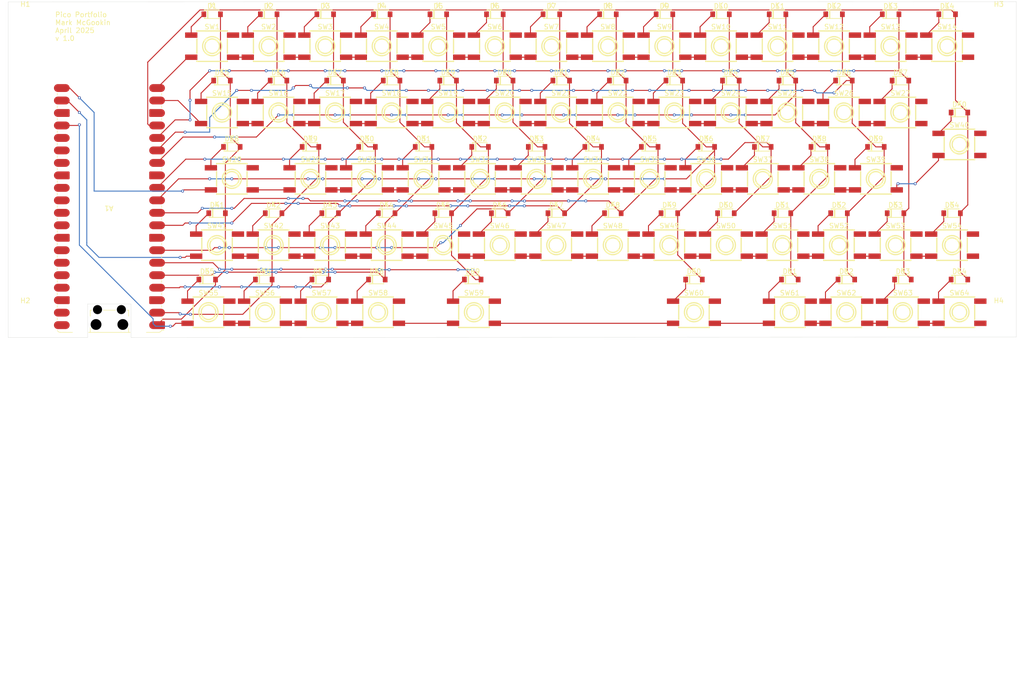
<source format=kicad_pcb>
(kicad_pcb (version 20241229) (generator "pcbnew") (generator_version "9.0")
  (layers (0 "F.Cu" signal) (2 "B.Cu" signal) (13 "F.Paste" user) (15 "B.Paste" user) (5 "F.SilkS" user "F.Silkscreen") (7 "B.SilkS" user "B.Silkscreen") (1 "F.Mask" user) (3 "B.Mask" user) (25 "Edge.Cuts" user))
  (net 0 "")
  (net 1 "Net-(A1-GPIO13)")
  (net 3 "Net-(A1-GPIO1)")
  (net 4 "Net-(A1-GPIO2)")
  (net 6 "Net-(A1-GPIO0)")
  (net 12 "Net-(A1-GPIO8)")
  (net 14 "Net-(A1-GPIO5)")
  (net 15 "Net-(A1-GPIO7)")
  (net 16 "Net-(A1-GPIO11)")
  (net 17 "Net-(A1-GPIO17)")
  (net 18 "Net-(A1-GPIO9)")
  (net 20 "Net-(A1-GPIO10)")
  (net 22 "Net-(A1-GPIO4)")
  (net 25 "Net-(A1-GPIO12)")
  (net 26 "Net-(A1-GPIO3)")
  (net 27 "Net-(A1-GPIO6)")
  (net 29 "Net-(D1-K)")
  (net 30 "Net-(D2-K)")
  (net 31 "Net-(D3-K)")
  (net 32 "Net-(D15-K)")
  (net 33 "Net-(D16-K)")
  (net 34 "Net-(D17-K)")
  (net 35 "Net-(D28-K)")
  (net 36 "Net-(D29-K)")
  (net 37 "Net-(D30-K)")
  (net 38 "Net-(D41-K)")
  (net 39 "Net-(D42-K)")
  (net 40 "Net-(D55-K)")
  (net 41 "Net-(D56-K)")
  (net 44 "Net-(SW1-Pad4)")
  (net 45 "Net-(SW2-Pad4)")
  (net 47 "Net-(SW3-Pad4)")
  (net 49 "Net-(SW4-Pad4)")
  (net 51 "Net-(SW5-Pad4)")
  (net 53 "Net-(SW6-Pad4)")
  (net 55 "Net-(SW7-Pad4)")
  (net 58 "Net-(SW10-Pad3)")
  (net 61 "Net-(SW10-Pad4)")
  (net 62 "Net-(SW11-Pad4)")
  (net 65 "Net-(SW12-Pad4)")
  (net 66 "Net-(SW13-Pad4)")
  (net 69 "Net-(SW8-Pad4)")
  (net 71 "Net-(SW15-Pad4)")
  (net 74 "Net-(SW17-Pad4)")
  (net 75 "Net-(SW18-Pad4)")
  (net 78 "Net-(SW19-Pad4)")
  (net 79 "Net-(SW20-Pad4)")
  (net 81 "Net-(SW21-Pad4)")
  (net 83 "Net-(SW22-Pad4)")
  (net 86 "Net-(SW23-Pad4)")
  (net 89 "Net-(SW25-Pad4)")
  (net 90 "Net-(SW26-Pad4)")
  (net 94 "Net-(SW28-Pad4)")
  (net 95 "Net-(SW29-Pad4)")
  (net 98 "Net-(SW30-Pad4)")
  (net 99 "Net-(SW31-Pad4)")
  (net 103 "Net-(SW33-Pad4)")
  (net 104 "Net-(SW34-Pad4)")
  (net 106 "Net-(SW35-Pad4)")
  (net 108 "Net-(SW36-Pad4)")
  (net 111 "Net-(SW37-Pad4)")
  (net 112 "Net-(SW38-Pad4)")
  (net 114 "Net-(SW39-Pad4)")
  (net 119 "Net-(SW41-Pad4)")
  (net 120 "Net-(SW42-Pad4)")
  (net 122 "Net-(SW43-Pad4)")
  (net 124 "Net-(SW44-Pad4)")
  (net 127 "Net-(SW45-Pad4)")
  (net 129 "Net-(SW46-Pad4)")
  (net 130 "Net-(SW47-Pad4)")
  (net 133 "Net-(SW49-Pad4)")
  (net 136 "Net-(SW50-Pad4)")
  (net 137 "Net-(SW51-Pad4)")
  (net 139 "Net-(SW52-Pad4)")
  (net 145 "Net-(SW55-Pad4)")
  (net 147 "Net-(SW16-Pad4)")
  (net 148 "Net-(SW57-Pad4)")
  (net 151 "Net-(SW58-Pad4)")
  (net 153 "Net-(SW59-Pad4)")
  (net 154 "Net-(SW60-Pad4)")
  (net 156 "Net-(SW61-Pad4)")
  (net 159 "Net-(SW62-Pad4)")
  (net 160 "Net-(SW63-Pad4)")
  (net 164 "Net-(SW24-Pad4)")
  (net 166 "Net-(SW32-Pad4)")
  (net 167 "Net-(SW48-Pad4)")
  (net 169 "Net-(SW56-Pad4)")
  (net 177 "Net-(D4-K)")
  (net 178 "Net-(D5-K)")
  (net 179 "Net-(D6-K)")
  (net 180 "Net-(D7-K)")
  (net 181 "Net-(D8-K)")
  (net 182 "Net-(D9-K)")
  (net 183 "Net-(D10-K)")
  (net 184 "Net-(D11-K)")
  (net 185 "Net-(D12-K)")
  (net 186 "Net-(D13-K)")
  (net 187 "Net-(D14-K)")
  (net 188 "Net-(D18-K)")
  (net 189 "Net-(D19-K)")
  (net 190 "Net-(D20-K)")
  (net 191 "Net-(D21-K)")
  (net 192 "Net-(D22-K)")
  (net 193 "Net-(D23-K)")
  (net 194 "Net-(D24-K)")
  (net 195 "Net-(D25-K)")
  (net 196 "Net-(D26-K)")
  (net 197 "Net-(D27-K)")
  (net 198 "Net-(D31-K)")
  (net 199 "Net-(D32-K)")
  (net 200 "Net-(D33-K)")
  (net 201 "Net-(D34-K)")
  (net 202 "Net-(D35-K)")
  (net 203 "Net-(D36-K)")
  (net 204 "Net-(D37-K)")
  (net 205 "Net-(D38-K)")
  (net 206 "Net-(D39-K)")
  (net 207 "Net-(D40-K)")
  (net 208 "Net-(D43-K)")
  (net 209 "Net-(D44-K)")
  (net 210 "Net-(D45-K)")
  (net 211 "Net-(D46-K)")
  (net 212 "Net-(D47-K)")
  (net 213 "Net-(D48-K)")
  (net 214 "Net-(D49-K)")
  (net 215 "Net-(D50-K)")
  (net 216 "Net-(D51-K)")
  (net 217 "Net-(D52-K)")
  (net 218 "Net-(D53-K)")
  (net 219 "Net-(D54-K)")
  (net 220 "Net-(D57-K)")
  (net 221 "Net-(D58-K)")
  (net 222 "Net-(D59-K)")
  (net 223 "Net-(D60-K)")
  (net 224 "Net-(D61-K)")
  (net 225 "Net-(D62-K)")
  (net 226 "Net-(D63-K)")
  (net 227 "Net-(D64-K)")
  (net 228 "Net-(SW53-Pad4)")
  (net 229 "Net-(A1-GPIO15)")
  (net 230 "Net-(A1-GPIO18)")
  (net 231 "Net-(A1-GPIO16)")
  (net 232 "Net-(A1-GPIO14)")
  (footprint "Diode_SMD:SOD-123_L2.8-W1.8-LS3.7-RD" (layer "F.Cu") (at 114 61.5)
    (property "Reference" "D29")
    (property "Value" "1N4148")
  )
  (footprint "Diode_SMD:SOD-123_L2.8-W1.8-LS3.7-RD" (layer "F.Cu") (at 128.5 34.5)
    (property "Reference" "D4")
    (property "Value" "1N4148")
  )
  (footprint "Button_Switch_SMD:SW-SMD_4P-L6.2-W6.2-P4.50-LS8.6" (layer "F.Cu") (at 148.5 68.005)
    (property "Reference" "SW32")
    (property "Value" "SW_Push")
  )
  (footprint "Button_Switch_SMD:SW-SMD_4P-L6.2-W6.2-P4.50-LS8.6" (layer "F.Cu") (at 198.5 81.5)
    (property "Reference" "SW50")
    (property "Value" "SW_Push")
  )
  (footprint "Button_Switch_SMD:SW-SMD_4P-L6.2-W6.2-P4.50-LS8.6" (layer "F.Cu") (at 246 95.158)
    (property "Reference" "SW64")
    (property "Value" "SW_Push")
  )
  (footprint "Diode_SMD:SOD-123_L2.8-W1.8-LS3.7-RD" (layer "F.Cu") (at 96 48)
    (property "Reference" "D15")
    (property "Value" "1N4148")
  )
  (footprint "Diode_SMD:SOD-123_L2.8-W1.8-LS3.7-RD" (layer "F.Cu") (at 165 48)
    (property "Reference" "D21")
    (property "Value" "1N4148")
  )
  (footprint "Diode_SMD:SOD-123_L2.8-W1.8-LS3.7-RD" (layer "F.Cu") (at 221.5 75)
    (property "Reference" "D52")
    (property "Value" "1N4148")
  )
  (footprint "Button_Switch_SMD:SW-SMD_4P-L6.2-W6.2-P4.50-LS8.6" (layer "F.Cu") (at 211 54.5)
    (property "Reference" "SW25")
    (property "Value" "SW_Push")
  )
  (footprint "Button_Switch_SMD:SW-SMD_4P-L6.2-W6.2-P4.50-LS8.6" (layer "F.Cu") (at 116.25 95.158)
    (property "Reference" "SW57")
    (property "Value" "SW_Push")
  )
  (footprint "Diode_SMD:SOD-123_L2.8-W1.8-LS3.7-RD" (layer "F.Cu") (at 95 75)
    (property "Reference" "D41")
    (property "Value" "1N4148")
  )
  (footprint "Button_Switch_SMD:SW-SMD_4P-L6.2-W6.2-P4.50-LS8.6" (layer "F.Cu") (at 163 41)
    (property "Reference" "SW7")
    (property "Value" "SW_Push")
  )
  (footprint "Button_Switch_SMD:SW-SMD_4P-L6.2-W6.2-P4.50-LS8.6" (layer "F.Cu") (at 220.5 41)
    (property "Reference" "SW12")
    (property "Value" "SW_Push")
  )
  (footprint "Diode_SMD:SOD-123_L2.8-W1.8-LS3.7-RD" (layer "F.Cu") (at 175.5 75)
    (property "Reference" "D48")
    (property "Value" "1N4148")
  )
  (footprint "Diode_SMD:SOD-123_L2.8-W1.8-LS3.7-RD" (layer "F.Cu") (at 206 61.5)
    (property "Reference" "D37")
    (property "Value" "1N4148")
  )
  (footprint "Button_Switch_SMD:SW-SMD_4P-L6.2-W6.2-P4.50-LS8.6" (layer "F.Cu") (at 223 95.158)
    (property "Reference" "SW62")
    (property "Value" "SW_Push")
  )
  (footprint "Diode_SMD:SOD-123_L2.8-W1.8-LS3.7-RD" (layer "F.Cu") (at 130.5 48)
    (property "Reference" "D18")
    (property "Value" "1N4148")
  )
  (footprint "Diode_SMD:SOD-123_L2.8-W1.8-LS3.7-RD" (layer "F.Cu") (at 244.5 75)
    (property "Reference" "D54")
    (property "Value" "1N4148")
  )
  (footprint "Button_Switch_SMD:SW-SMD_4P-L6.2-W6.2-P4.50-LS8.6" (layer "F.Cu") (at 165 54.5)
    (property "Reference" "SW21")
    (property "Value" "SW_Push")
  )
  (footprint "Button_Switch_SMD:SW-SMD_4P-L6.2-W6.2-P4.50-LS8.6" (layer "F.Cu") (at 175.5 81.5)
    (property "Reference" "SW48")
    (property "Value" "SW_Push")
  )
  (footprint "Diode_SMD:SOD-123_L2.8-W1.8-LS3.7-RD" (layer "F.Cu") (at 118 75)
    (property "Reference" "D43")
    (property "Value" "1N4148")
  )
  (footprint "Diode_SMD:SOD-123_L2.8-W1.8-LS3.7-RD" (layer "F.Cu") (at 129.5 75)
    (property "Reference" "D44")
    (property "Value" "1N4148")
  )
  (footprint "Diode_SMD:SOD-123_L2.8-W1.8-LS3.7-RD" (layer "F.Cu") (at 164 75)
    (property "Reference" "D47")
    (property "Value" "1N4148")
  )
  (footprint "Button_Switch_SMD:SW-SMD_4P-L6.2-W6.2-P4.50-LS8.6" (layer "F.Cu") (at 244.5 81.5)
    (property "Reference" "SW54")
    (property "Value" "SW_Push")
  )
  (footprint "Diode_SMD:SOD-123_L2.8-W1.8-LS3.7-RD" (layer "F.Cu") (at 141 75)
    (property "Reference" "D45")
    (property "Value" "1N4148")
  )
  (footprint "Button_Switch_SMD:SW-SMD_4P-L6.2-W6.2-P4.50-LS8.6" (layer "F.Cu") (at 243.5 41)
    (property "Reference" "SW14")
    (property "Value" "SW_Push")
  )
  (footprint "Button_Switch_SMD:SW-SMD_4P-L6.2-W6.2-P4.50-LS8.6" (layer "F.Cu") (at 141 81.5)
    (property "Reference" "SW45")
    (property "Value" "SW_Push")
  )
  (footprint "Diode_SMD:SOD-123_L2.8-W1.8-LS3.7-RD" (layer "F.Cu") (at 209 34.5)
    (property "Reference" "D11")
    (property "Value" "1N4148")
  )
  (footprint "Diode_SMD:SOD-123_L2.8-W1.8-LS3.7-RD" (layer "F.Cu") (at 93 88.5)
    (property "Reference" "D55")
    (property "Value" "1N4148")
  )
  (footprint "Button_Switch_SMD:SW-SMD_4P-L6.2-W6.2-P4.50-LS8.6" (layer "F.Cu") (at 209 41)
    (property "Reference" "SW11")
    (property "Value" "SW_Push")
  )
  (footprint "Diode_SMD:SOD-123_L2.8-W1.8-LS3.7-RD" (layer "F.Cu") (at 188 48)
    (property "Reference" "D23")
    (property "Value" "1N4148")
  )
  (footprint "Button_Switch_SMD:SW-SMD_4P-L6.2-W6.2-P4.50-LS8.6" (layer "F.Cu") (at 137 68.005)
    (property "Reference" "SW31")
    (property "Value" "SW_Push")
  )
  (footprint "Button_Switch_SMD:SW-SMD_4P-L6.2-W6.2-P4.50-LS8.6" (layer "F.Cu") (at 107.5 54.5)
    (property "Reference" "SW16")
    (property "Value" "SW_Push")
  )
  (footprint "Button_Switch_SMD:SW-SMD_4P-L6.2-W6.2-P4.50-LS8.6" (layer "F.Cu") (at 221.5 81.5)
    (property "Reference" "SW52")
    (property "Value" "SW_Push")
  )
  (footprint "Button_Switch_SMD:SW-SMD_4P-L6.2-W6.2-P4.50-LS8.6" (layer "F.Cu") (at 206 68.005)
    (property "Reference" "SW37")
    (property "Value" "SW_Push")
  )
  (footprint "Diode_SMD:SOD-123_L2.8-W1.8-LS3.7-RD" (layer "F.Cu") (at 186 34.5)
    (property "Reference" "D9")
    (property "Value" "1N4148")
  )
  (footprint "Button_Switch_SMD:SW-SMD_4P-L6.2-W6.2-P4.50-LS8.6" (layer "F.Cu") (at 174.5 41)
    (property "Reference" "SW8")
    (property "Value" "SW_Push")
  )
  (footprint "Diode_SMD:SOD-123_L2.8-W1.8-LS3.7-RD" (layer "F.Cu") (at 223 88.5)
    (property "Reference" "D62")
    (property "Value" "1N4148")
  )
  (footprint "Diode_SMD:SOD-123_L2.8-W1.8-LS3.7-RD" (layer "F.Cu") (at 106.5 75)
    (property "Reference" "D42")
    (property "Value" "1N4148")
  )
  (footprint "Button_Switch_SMD:SW-SMD_4P-L6.2-W6.2-P4.50-LS8.6" (layer "F.Cu") (at 153.5 54.5)
    (property "Reference" "SW20")
    (property "Value" "SW_Push")
  )
  (footprint "Button_Switch_SMD:SW-SMD_4P-L6.2-W6.2-P4.50-LS8.6" (layer "F.Cu") (at 176.5 54.5)
    (property "Reference" "SW22")
    (property "Value" "SW_Push")
  )
  (footprint "Diode_SMD:SOD-123_L2.8-W1.8-LS3.7-RD" (layer "F.Cu") (at 151.5 34.5)
    (property "Reference" "D6")
    (property "Value" "1N4148")
  )
  (footprint "Button_Switch_SMD:SW-SMD_4P-L6.2-W6.2-P4.50-LS8.6" (layer "F.Cu") (at 222.5 54.5)
    (property "Reference" "SW26")
    (property "Value" "SW_Push")
  )
  (footprint "Button_Switch_SMD:SW-SMD_4P-L6.2-W6.2-P4.50-LS8.6" (layer "F.Cu") (at 211.5 95.158)
    (property "Reference" "SW61")
    (property "Value" "SW_Push")
  )
  (footprint "Button_Switch_SMD:SW-SMD_4P-L6.2-W6.2-P4.50-LS8.6" (layer "F.Cu") (at 127.75 95.158)
    (property "Reference" "SW58")
    (property "Value" "SW_Push")
  )
  (footprint "Button_Switch_SMD:SW-SMD_4P-L6.2-W6.2-P4.50-LS8.6" (layer "F.Cu") (at 129.5 81.5)
    (property "Reference" "SW44")
    (property "Value" "SW_Push")
  )
  (footprint "Diode_SMD:SOD-123_L2.8-W1.8-LS3.7-RD" (layer "F.Cu") (at 98 61.5)
    (property "Reference" "D28")
    (property "Value" "1N4148")
  )
  (footprint "Diode_SMD:SOD-123_L2.8-W1.8-LS3.7-RD" (layer "F.Cu") (at 197.5 34.5)
    (property "Reference" "D10")
    (property "Value" "1N4148")
  )
  (footprint "Diode_SMD:SOD-123_L2.8-W1.8-LS3.7-RD" (layer "F.Cu") (at 211.5 88.5)
    (property "Reference" "D61")
    (property "Value" "1N4148")
  )
  (footprint "Button_Switch_SMD:SW-SMD_4P-L6.2-W6.2-P4.50-LS8.6" (layer "F.Cu") (at 183 68.005)
    (property "Reference" "SW35")
    (property "Value" "SW_Push")
  )
  (footprint "Diode_SMD:SOD-123_L2.8-W1.8-LS3.7-RD" (layer "F.Cu") (at 116 88.5)
    (property "Reference" "D57")
    (property "Value" "1N4148")
  )
  (footprint "Diode_SMD:SOD-123_L2.8-W1.8-LS3.7-RD" (layer "F.Cu") (at 148.5 61.5)
    (property "Reference" "D32")
    (property "Value" "1N4148")
  )
  (footprint "Diode_SMD:SOD-123_L2.8-W1.8-LS3.7-RD" (layer "F.Cu") (at 117 34.5)
    (property "Reference" "D3")
    (property "Value" "1N4148")
  )
  (footprint "Diode_SMD:SOD-123_L2.8-W1.8-LS3.7-RD" (layer "F.Cu") (at 243.5 34.5)
    (property "Reference" "D14")
    (property "Value" "1N4148")
  )
  (footprint "Button_Switch_SMD:SW-SMD_4P-L6.2-W6.2-P4.50-LS8.6" (layer "F.Cu") (at 234.5 95.158)
    (property "Reference" "SW63")
    (property "Value" "SW_Push")
  )
  (footprint "Button_Switch_SMD:SW-SMD_4P-L6.2-W6.2-P4.50-LS8.6" (layer "F.Cu") (at 93.25 95.158)
    (property "Reference" "SW55")
    (property "Value" "SW_Push")
  )
  (footprint "Diode_SMD:SOD-123_L2.8-W1.8-LS3.7-RD" (layer "F.Cu") (at 176.5 48)
    (property "Reference" "D22")
    (property "Value" "1N4148")
  )
  (footprint "Button_Switch_SMD:SW-SMD_4P-L6.2-W6.2-P4.50-LS8.6" (layer "F.Cu") (at 152.5 81.5)
    (property "Reference" "SW46")
    (property "Value" "SW_Push")
  )
  (footprint "MountingHole:MountingHole_2.7mm" (layer "F.Cu") (at 254 36.15)
    (property "Reference" "H3")
    (property "Value" "MountingHole")
  )
  (footprint "Diode_SMD:SOD-123_L2.8-W1.8-LS3.7-RD" (layer "F.Cu") (at 210 75)
    (property "Reference" "D51")
    (property "Value" "1N4148")
  )
  (footprint "Diode_SMD:SOD-123_L2.8-W1.8-LS3.7-RD" (layer "F.Cu") (at 234.5 88.5)
    (property "Reference" "D63")
    (property "Value" "1N4148")
  )
  (footprint "Diode_SMD:SOD-123_L2.8-W1.8-LS3.7-RD" (layer "F.Cu") (at 107.5 48)
    (property "Reference" "D16")
    (property "Value" "1N4148")
  )
  (footprint "MountingHole:MountingHole_2.7mm" (layer "F.Cu") (at 56 36.15)
    (property "Reference" "H1")
    (property "Value" "MountingHole")
  )
  (footprint "Diode_SMD:SOD-123_L2.8-W1.8-LS3.7-RD" (layer "F.Cu") (at 217.5 61.5)
    (property "Reference" "D38")
    (property "Value" "1N4148")
  )
  (footprint "Button_Switch_SMD:SW-SMD_4P-L6.2-W6.2-P4.50-LS8.6" (layer "F.Cu") (at 229 68.005)
    (property "Reference" "SW39")
    (property "Value" "SW_Push")
  )
  (footprint "Button_Switch_SMD:SW-SMD_4P-L6.2-W6.2-P4.50-LS8.6" (layer "F.Cu") (at 128.5 41)
    (property "Reference" "SW4")
    (property "Value" "SW_Push")
  )
  (footprint "Diode_SMD:SOD-123_L2.8-W1.8-LS3.7-RD" (layer "F.Cu") (at 142 48)
    (property "Reference" "D19")
    (property "Value" "1N4148")
  )
  (footprint "Diode_SMD:SOD-123_L2.8-W1.8-LS3.7-RD" (layer "F.Cu") (at 105.5 34.5)
    (property "Reference" "D2")
    (property "Value" "1N4148")
  )
  (footprint "Button_Switch_SMD:SW-SMD_4P-L6.2-W6.2-P4.50-LS8.6" (layer "F.Cu") (at 217.5 68.005)
    (property "Reference" "SW38")
    (property "Value" "SW_Push")
  )
  (footprint "Button_Switch_SMD:SW-SMD_4P-L6.2-W6.2-P4.50-LS8.6" (layer "F.Cu") (at 210 81.5)
    (property "Reference" "SW51")
    (property "Value" "SW_Push")
  )
  (footprint "Button_Switch_SMD:SW-SMD_4P-L6.2-W6.2-P4.50-LS8.6" (layer "F.Cu") (at 233 81.5)
    (property "Reference" "SW53")
    (property "Value" "SW_Push")
  )
  (footprint "Button_Switch_SMD:SW-SMD_4P-L6.2-W6.2-P4.50-LS8.6" (layer "F.Cu") (at 194.5 68.005)
    (property "Reference" "SW36")
    (property "Value" "SW_Push")
  )
  (footprint "Diode_SMD:SOD-123_L2.8-W1.8-LS3.7-RD" (layer "F.Cu") (at 192 88.5)
    (property "Reference" "D60")
    (property "Value" "1N4148")
  )
  (footprint "Button_Switch_SMD:SW-SMD_4P-L6.2-W6.2-P4.50-LS8.6" (layer "F.Cu") (at 142 54.5)
    (property "Reference" "SW19")
    (property "Value" "SW_Push")
  )
  (footprint "Button_Switch_SMD:SW-SMD_4P-L6.2-W6.2-P4.50-LS8.6" (layer "F.Cu") (at 186 41)
    (property "Reference" "SW9")
    (property "Value" "SW_Push")
  )
  (footprint "Button_Switch_SMD:SW-SMD_4P-L6.2-W6.2-P4.50-LS8.6" (layer "F.Cu") (at 192 95.158)
    (property "Reference" "SW60")
    (property "Value" "SW_Push")
  )
  (footprint "Diode_SMD:SOD-123_L2.8-W1.8-LS3.7-RD" (layer "F.Cu") (at 160 61.5)
    (property "Reference" "D33")
    (property "Value" "1N4148")
  )
  (footprint "Button_Switch_SMD:SW-SMD_4P-L6.2-W6.2-P4.50-LS8.6" (layer "F.Cu") (at 105.5 41)
    (property "Reference" "SW2")
    (property "Value" "SW_Push")
  )
  (footprint "MountingHole:MountingHole_2.7mm" (layer "F.Cu") (at 56 96.5)
    (property "Reference" "H2")
    (property "Value" "MountingHole")
  )
  (footprint "Diode_SMD:SOD-123_L2.8-W1.8-LS3.7-RD" (layer "F.Cu") (at 153.5 48)
    (property "Reference" "D20")
    (property "Value" "1N4148")
  )
  (footprint "Button_Switch_SMD:SW-SMD_4P-L6.2-W6.2-P4.50-LS8.6" (layer "F.Cu") (at 117 41)
    (property "Reference" "SW3")
    (property "Value" "SW_Push")
  )
  (footprint "Button_Switch_SMD:SW-SMD_4P-L6.2-W6.2-P4.50-LS8.6" (layer "F.Cu") (at 125.5 68.005)
    (property "Reference" "SW30")
    (property "Value" "SW_Push")
  )
  (footprint "Button_Switch_SMD:SW-SMD_4P-L6.2-W6.2-P4.50-LS8.6" (layer "F.Cu") (at 95 81.5)
    (property "Reference" "SW41")
    (property "Value" "SW_Push")
  )
  (footprint "Diode_SMD:SOD-123_L2.8-W1.8-LS3.7-RD" (layer "F.Cu") (at 222.5 48)
    (property "Reference" "D26")
    (property "Value" "1N4148")
  )
  (footprint "Diode_SMD:SOD-123_L2.8-W1.8-LS3.7-RD" (layer "F.Cu") (at 171.5 61.5)
    (property "Reference" "D34")
    (property "Value" "1N4148")
  )
  (footprint "Button_Switch_SMD:SW-SMD_4P-L6.2-W6.2-P4.50-LS8.6" (layer "F.Cu") (at 188 54.5)
    (property "Reference" "SW23")
    (property "Value" "SW_Push")
  )
  (footprint "Button_Switch_SMD:SW-SMD_4P-L6.2-W6.2-P4.50-LS8.6" (layer "F.Cu") (at 147.25 95.158)
    (property "Reference" "SW59")
    (property "Value" "SW_Push")
  )
  (footprint "Button_Switch_SMD:SW-SMD_4P-L6.2-W6.2-P4.50-LS8.6" (layer "F.Cu") (at 130.5 54.5)
    (property "Reference" "SW18")
    (property "Value" "SW_Push")
  )
  (footprint "Button_Switch_SMD:SW-SMD_4P-L6.2-W6.2-P4.50-LS8.6" (layer "F.Cu") (at 104.75 95.158)
    (property "Reference" "SW56")
    (property "Value" "SW_Push")
  )
  (footprint "Button_Switch_SMD:SW-SMD_4P-L6.2-W6.2-P4.50-LS8.6" (layer "F.Cu") (at 114 68.005)
    (property "Reference" "SW29")
    (property "Value" "SW_Push")
  )
  (footprint "Diode_SMD:SOD-123_L2.8-W1.8-LS3.7-RD" (layer "F.Cu") (at 94 34.5)
    (property "Reference" "D1")
    (property "Value" "1N4148")
  )
  (footprint "MountingHole:MountingHole_2.7mm" (layer "F.Cu") (at 254 96.5)
    (property "Reference" "H4")
    (property "Value" "MountingHole")
  )
  (footprint "Diode_SMD:SOD-123_L2.8-W1.8-LS3.7-RD" (layer "F.Cu") (at 152.5 75)
    (property "Reference" "D46")
    (property "Value" "1N4148")
  )
  (footprint "Button_Switch_SMD:SW-SMD_4P-L6.2-W6.2-P4.50-LS8.6" (layer "F.Cu") (at 118 81.5)
    (property "Reference" "SW43")
    (property "Value" "SW_Push")
  )
  (footprint "Button_Switch_SMD:SW-SMD_4P-L6.2-W6.2-P4.50-LS8.6" (layer "F.Cu") (at 151.5 41)
    (property "Reference" "SW6")
    (property "Value" "SW_Push")
  )
  (footprint "Diode_SMD:SOD-123_L2.8-W1.8-LS3.7-RD" (layer "F.Cu") (at 211 48)
    (property "Reference" "D25")
    (property "Value" "1N4148")
  )
  (footprint "Diode_SMD:SOD-123_L2.8-W1.8-LS3.7-RD" (layer "F.Cu") (at 125.5 61.5)
    (property "Reference" "D30")
    (property "Value" "1N4148")
  )
  (footprint "Diode_SMD:SOD-123_L2.8-W1.8-LS3.7-RD" (layer "F.Cu") (at 127.5 88.5)
    (property "Reference" "D58")
    (property "Value" "1N4148")
  )
  (footprint "Diode_SMD:SOD-123_L2.8-W1.8-LS3.7-RD" (layer "F.Cu") (at 147 88.5)
    (property "Reference" "D59")
    (property "Value" "1N4148")
  )
  (footprint "Diode_SMD:SOD-123_L2.8-W1.8-LS3.7-RD" (layer "F.Cu") (at 234 48)
    (property "Reference" "D27")
    (property "Value" "1N4148")
  )
  (footprint "Diode_SMD:SOD-123_L2.8-W1.8-LS3.7-RD" (layer "F.Cu") (at 140 34.5)
    (property "Reference" "D5")
    (property "Value" "1N4148")
  )
  (footprint "Diode_SMD:SOD-123_L2.8-W1.8-LS3.7-RD" (layer "F.Cu") (at 137 61.5)
    (property "Reference" "D31")
    (property "Value" "1N4148")
  )
  (footprint "Module:RaspberryPi_Pico_W_SMD_HandSolder" (layer "F.Cu") (at 73.11 73.65 180)
    (property "Reference" "A1")
    (property "Value" "RaspberryPi_Pico_W")
  )
  (footprint "Button_Switch_SMD:SW-SMD_4P-L6.2-W6.2-P4.50-LS8.6" (layer "F.Cu") (at 164 81.5)
    (property "Reference" "SW47")
    (property "Value" "SW_Push")
  )
  (footprint "Diode_SMD:SOD-123_L2.8-W1.8-LS3.7-RD" (layer "F.Cu") (at 187 75)
    (property "Reference" "D49")
    (property "Value" "1N4148")
  )
  (footprint "Button_Switch_SMD:SW-SMD_4P-L6.2-W6.2-P4.50-LS8.6" (layer "F.Cu") (at 106.5 81.5)
    (property "Reference" "SW42")
    (property "Value" "SW_Push")
  )
  (footprint "Diode_SMD:SOD-123_L2.8-W1.8-LS3.7-RD" (layer "F.Cu") (at 183 61.5)
    (property "Reference" "D35")
    (property "Value" "1N4148")
  )
  (footprint "Button_Switch_SMD:SW-SMD_4P-L6.2-W6.2-P4.50-LS8.6" (layer "F.Cu") (at 140 41)
    (property "Reference" "SW5")
    (property "Value" "SW_Push")
  )
  (footprint "Button_Switch_SMD:SW-SMD_4P-L6.2-W6.2-P4.50-LS8.6" (layer "F.Cu") (at 119 54.5)
    (property "Reference" "SW17")
    (property "Value" "SW_Push")
  )
  (footprint "Diode_SMD:SOD-123_L2.8-W1.8-LS3.7-RD" (layer "F.Cu") (at 119 48)
    (property "Reference" "D17")
    (property "Value" "1N4148")
  )
  (footprint "Button_Switch_SMD:SW-SMD_4P-L6.2-W6.2-P4.50-LS8.6" (layer "F.Cu") (at 246 61)
    (property "Reference" "SW40")
    (property "Value" "SW_Push")
  )
  (footprint "Button_Switch_SMD:SW-SMD_4P-L6.2-W6.2-P4.50-LS8.6" (layer "F.Cu") (at 160 68.005)
    (property "Reference" "SW33")
    (property "Value" "SW_Push")
  )
  (footprint "Button_Switch_SMD:SW-SMD_4P-L6.2-W6.2-P4.50-LS8.6" (layer "F.Cu") (at 94 41)
    (property "Reference" "SW1")
    (property "Value" "SW_Push")
  )
  (footprint "Diode_SMD:SOD-123_L2.8-W1.8-LS3.7-RD" (layer "F.Cu") (at 229 61.5)
    (property "Reference" "D39")
    (property "Value" "1N4148")
  )
  (footprint "Button_Switch_SMD:SW-SMD_4P-L6.2-W6.2-P4.50-LS8.6" (layer "F.Cu") (at 234 54.5)
    (property "Reference" "SW27")
    (property "Value" "SW_Push")
  )
  (footprint "Diode_SMD:SOD-123_L2.8-W1.8-LS3.7-RD" (layer "F.Cu") (at 232 34.5)
    (property "Reference" "D13")
    (property "Value" "1N4148")
  )
  (footprint "Button_Switch_SMD:SW-SMD_4P-L6.2-W6.2-P4.50-LS8.6" (layer "F.Cu") (at 199.5 54.5)
    (property "Reference" "SW24")
    (property "Value" "SW_Push")
  )
  (footprint "Button_Switch_SMD:SW-SMD_4P-L6.2-W6.2-P4.50-LS8.6" (layer "F.Cu") (at 197.5 41)
    (property "Reference" "SW10")
    (property "Value" "SW_Push")
  )
  (footprint "Button_Switch_SMD:SW-SMD_4P-L6.2-W6.2-P4.50-LS8.6" (layer "F.Cu") (at 187 81.5)
    (property "Reference" "SW49")
    (property "Value" "SW_Push")
  )
  (footprint "Button_Switch_SMD:SW-SMD_4P-L6.2-W6.2-P4.50-LS8.6" (layer "F.Cu") (at 98 68.005)
    (property "Reference" "SW28")
    (property "Value" "SW_Push")
  )
  (footprint "Diode_SMD:SOD-123_L2.8-W1.8-LS3.7-RD" (layer "F.Cu") (at 220.5 34.5)
    (property "Reference" "D12")
    (property "Value" "1N4148")
  )
  (footprint "Diode_SMD:SOD-123_L2.8-W1.8-LS3.7-RD" (layer "F.Cu") (at 233 75)
    (property "Reference" "D53")
    (property "Value" "1N4148")
  )
  (footprint "Diode_SMD:SOD-123_L2.8-W1.8-LS3.7-RD" (layer "F.Cu") (at 194.5 61.5)
    (property "Reference" "D36")
    (property "Value" "1N4148")
  )
  (footprint "Diode_SMD:SOD-123_L2.8-W1.8-LS3.7-RD" (layer "F.Cu") (at 199.5 48)
    (property "Reference" "D24")
    (property "Value" "1N4148")
  )
  (footprint "Diode_SMD:SOD-123_L2.8-W1.8-LS3.7-RD" (layer "F.Cu") (at 163 34.5)
    (property "Reference" "D7")
    (property "Value" "1N4148")
  )
  (footprint "Button_Switch_SMD:SW-SMD_4P-L6.2-W6.2-P4.50-LS8.6" (layer "F.Cu") (at 232 41)
    (property "Reference" "SW13")
    (property "Value" "SW_Push")
  )
  (footprint "Diode_SMD:SOD-123_L2.8-W1.8-LS3.7-RD" (layer "F.Cu") (at 174.5 34.5)
    (property "Reference" "D8")
    (property "Value" "1N4148")
  )
  (footprint "Diode_SMD:SOD-123_L2.8-W1.8-LS3.7-RD" (layer "F.Cu") (at 246 88.5)
    (property "Reference" "D64")
    (property "Value" "1N4148")
  )
  (footprint "Button_Switch_SMD:SW-SMD_4P-L6.2-W6.2-P4.50-LS8.6" (layer "F.Cu") (at 171.5 68.005)
    (property "Reference" "SW34")
    (property "Value" "SW_Push")
  )
  (footprint "Button_Switch_SMD:SW-SMD_4P-L6.2-W6.2-P4.50-LS8.6" (layer "F.Cu") (at 96 54.5)
    (property "Reference" "SW15")
    (property "Value" "SW_Push")
  )
  (footprint "Diode_SMD:SOD-123_L2.8-W1.8-LS3.7-RD" (layer "F.Cu") (at 246 54.5)
    (property "Reference" "D40")
    (property "Value" "1N4148")
  )
  (footprint "Diode_SMD:SOD-123_L2.8-W1.8-LS3.7-RD" (layer "F.Cu") (at 104.5 88.5)
    (property "Reference" "D56")
    (property "Value" "1N4148")
  )
  (footprint "Diode_SMD:SOD-123_L2.8-W1.8-LS3.7-RD" (layer "F.Cu") (at 198.5 75)
    (property "Reference" "D50")
    (property "Value" "1N4148")
  )
  (gr_line (start 77.498188 93.463841) (end 68.660038 93.463841) (stroke (width 0.05)) (layer "Edge.Cuts"))
  (gr_line (start 77.5 100.295203) (end 257.570875 100.223216) (stroke (width 0.05)) (layer "Edge.Cuts"))
  (gr_line (start 52.49917 31.999305) (end 257.570875 31.928013) (stroke (width 0.05)) (layer "Edge.Cuts"))
  (gr_line (start 68.660038 93.46469) (end 68.660038 100.296052) (stroke (width 0.05)) (layer "Edge.Cuts"))
  (gr_line (start 77.501811 100.295203) (end 77.498188 93.463841) (stroke (width 0.05)) (layer "Edge.Cuts"))
  (gr_line (start 52.5 32) (end 52.5 100.295203) (stroke (width 0.05)) (layer "Edge.Cuts"))
  (gr_line (start 52.5 100.295203) (end 68.660038 100.296052) (stroke (width 0.05)) (layer "Edge.Cuts"))
  (gr_line (start 257.570875 31.928013) (end 257.570875 100.223216) (stroke (width 0.05)) (layer "Edge.Cuts"))
  (gr_text "Pico Portfolio\nMark McGookin\nApril 2025\nv 1.0" (at 62 40 0) (layer "F.SilkS") (effects (font (size 1 1)) (justify left bottom)))
  (segment (start 247.6925 54.5) (end 245.1925 52) (width 0.2) (layer "F.Cu") (net 1))
  (segment (start 245.1925 34.5) (end 244.3165 33.624) (width 0.2) (layer "F.Cu") (net 1))
  (segment (start 244.3165 33.624) (end 91.5315 33.624) (width 0.2) (layer "F.Cu") (net 1))
  (segment (start 247.6925 73.3075) (end 247.6925 54.5) (width 0.2) (layer "F.Cu") (net 1))
  (segment (start 80.894 44.2615) (end 80.894 56.834) (width 0.2) (layer "F.Cu") (net 1))
  (segment (start 247.6925 88.5) (end 246.1925 87) (width 0.2) (layer "F.Cu") (net 1))
  (segment (start 246.1925 75) (end 246.1925 74.8075) (width 0.2) (layer "F.Cu") (net 1))
  (segment (start 81.2 57.14) (end 82.8 57.14) (width 0.2) (layer "F.Cu") (net 1))
  (segment (start 246.1925 74.8075) (end 247.6925 73.3075) (width 0.2) (layer "F.Cu") (net 1))
  (segment (start 91.5315 33.624) (end 80.894 44.2615) (width 0.2) (layer "F.Cu") (net 1))
  (segment (start 245.1925 52) (end 245.1925 34.5) (width 0.2) (layer "F.Cu") (net 1))
  (segment (start 80.894 56.834) (end 81.2 57.14) (width 0.2) (layer "F.Cu") (net 1))
  (segment (start 246.1925 87) (end 246.1925 75) (width 0.2) (layer "F.Cu") (net 1))
  (segment (start 109.1925 48) (end 109.1925 56.5945) (width 0.2) (layer "F.Cu") (net 3))
  (segment (start 87.24 95.24) (end 82.8 95.24) (width 0.2) (layer "F.Cu") (net 3))
  (segment (start 108.1925 75) (end 108.1925 75.3075) (width 0.2) (layer "F.Cu") (net 3))
  (segment (start 115.6925 61.5) (end 115.6925 67.5) (width 0.2) (layer "F.Cu") (net 3))
  (segment (start 106.1925 88.5) (end 106.1925 89.6175) (width 0.2) (layer "F.Cu") (net 3))
  (segment (start 109.1925 56.5945) (end 114.098 61.5) (width 0.2) (layer "F.Cu") (net 3))
  (segment (start 107.1925 34.5) (end 107.1925 46) (width 0.2) (layer "F.Cu") (net 3))
  (segment (start 87.5 95.5) (end 87.24 95.24) (width 0.2) (layer "F.Cu") (net 3))
  (segment (start 107.1925 46) (end 109.1925 48) (width 0.2) (layer "F.Cu") (net 3))
  (segment (start 106.1925 77.3075) (end 106.1925 88.5) (width 0.2) (layer "F.Cu") (net 3))
  (segment (start 115.6925 67.5) (end 108.1925 75) (width 0.2) (layer "F.Cu") (net 3))
  (segment (start 114.098 61.5) (end 115.6925 61.5) (width 0.2) (layer "F.Cu") (net 3))
  (segment (start 100.230735 95.579265) (end 89.579265 95.579265) (width 0.2) (layer "F.Cu") (net 3))
  (segment (start 108.1925 75.3075) (end 106.1925 77.3075) (width 0.2) (layer "F.Cu") (net 3))
  (segment (start 106.1925 89.6175) (end 100.230735 95.579265) (width 0.2) (layer "F.Cu") (net 3))
  (via (at 87.5 95.5) (size 0.6) (drill 0.3) (layers "F.Cu" "B.Cu") (net 3))
  (via (at 89.579265 95.579265) (size 0.6) (drill 0.3) (layers "F.Cu" "B.Cu") (net 3))
  (segment (start 87.579265 95.579265) (end 87.5 95.5) (width 0.2) (layer "B.Cu") (net 3))
  (segment (start 89.579265 95.579265) (end 87.579265 95.579265) (width 0.2) (layer "B.Cu") (net 3))
  (segment (start 119.6925 75) (end 127.1925 67.5) (width 0.2) (layer "F.Cu") (net 4))
  (segment (start 88.5 90) (end 87.5 90) (width 0.2) (layer "F.Cu") (net 4))
  (segment (start 127.1925 61.5) (end 125.699 61.5) (width 0.2) (layer "F.Cu") (net 4))
  (segment (start 87.34 90.16) (end 82.8 90.16) (width 0.2) (layer "F.Cu") (net 4))
  (segment (start 116.1925 90) (end 114 90) (width 0.2) (layer "F.Cu") (net 4))
  (segment (start 111 90) (end 107.5 90) (width 0.2) (layer "F.Cu") (net 4))
  (segment (start 117.6925 88.5) (end 117.6925 77) (width 0.2) (layer "F.Cu") (net 4))
  (segment (start 117.6925 88.5) (end 116.1925 90) (width 0.2) (layer "F.Cu") (net 4))
  (segment (start 120.6925 56.4935) (end 120.6925 48) (width 0.2) (layer "F.Cu") (net 4))
  (segment (start 100 90) (end 95.5 90) (width 0.2) (layer "F.Cu") (net 4))
  (segment (start 117.6925 77) (end 119.6925 75) (width 0.2) (layer "F.Cu") (net 4))
  (segment (start 87.5 90) (end 87.34 90.16) (width 0.2) (layer "F.Cu") (net 4))
  (segment (start 120.6925 48) (end 118.6925 46) (width 0.2) (layer "F.Cu") (net 4))
  (segment (start 125.699 61.5) (end 120.6925 56.4935) (width 0.2) (layer "F.Cu") (net 4))
  (segment (start 127.1925 67.5) (end 127.1925 61.5) (width 0.2) (layer "F.Cu") (net 4))
  (segment (start 118.6925 46) (end 118.6925 34.5) (width 0.2) (layer "F.Cu") (net 4))
  (via (at 100 90) (size 0.6) (drill 0.3) (layers "F.Cu" "B.Cu") (net 4))
  (via (at 107.5 90) (size 0.6) (drill 0.3) (layers "F.Cu" "B.Cu") (net 4))
  (via (at 114 90) (size 0.6) (drill 0.3) (layers "F.Cu" "B.Cu") (net 4))
  (via (at 111 90) (size 0.6) (drill 0.3) (layers "F.Cu" "B.Cu") (net 4))
  (via (at 95.5 90) (size 0.6) (drill 0.3) (layers "F.Cu" "B.Cu") (net 4))
  (via (at 88.5 90) (size 0.6) (drill 0.3) (layers "F.Cu" "B.Cu") (net 4))
  (segment (start 114 90) (end 111 90) (width 0.2) (layer "B.Cu") (net 4))
  (segment (start 95.5 90) (end 88.5 90) (width 0.2) (layer "B.Cu") (net 4))
  (segment (start 107.5 90) (end 100 90) (width 0.2) (layer "B.Cu") (net 4))
  (segment (start 97.6925 59.5) (end 99.6925 61.5) (width 0.2) (layer "F.Cu") (net 6))
  (segment (start 99.6925 61.5) (end 99.6925 61.8075) (width 0.2) (layer "F.Cu") (net 6))
  (segment (start 95.6925 34.5) (end 95.6925 46) (width 0.2) (layer "F.Cu") (net 6))
  (segment (start 95.6925 46) (end 97.6925 48) (width 0.2) (layer "F.Cu") (net 6))
  (segment (start 94.6925 89.6175) (end 87.753 96.557) (width 0.2) (layer "F.Cu") (net 6))
  (segment (start 87.753 96.557) (end 84.023 96.557) (width 0.2) (layer "F.Cu") (net 6))
  (segment (start 94.6925 88.5) (end 94.6925 89.6175) (width 0.2) (layer "F.Cu") (net 6))
  (segment (start 84.023 96.557) (end 82.8 97.78) (width 0.2) (layer "F.Cu") (net 6))
  (segment (start 96.6925 64.8075) (end 96.6925 75) (width 0.2) (layer "F.Cu") (net 6))
  (segment (start 97.6925 48) (end 97.6925 59.5) (width 0.2) (layer "F.Cu") (net 6))
  (segment (start 96.6925 75) (end 96.6925 86.5) (width 0.2) (layer "F.Cu") (net 6))
  (segment (start 96.6925 86.5) (end 94.6925 88.5) (width 0.2) (layer "F.Cu") (net 6))
  (segment (start 99.6925 61.8075) (end 96.6925 64.8075) (width 0.2) (layer "F.Cu") (net 6))
  (segment (start 196.1925 61.5) (end 194.5 61.5) (width 0.2) (layer "F.Cu") (net 12))
  (segment (start 181.5 68) (end 174 68) (width 0.2) (layer "F.Cu") (net 12))
  (segment (start 171 68) (end 163 68) (width 0.2) (layer "F.Cu") (net 12))
  (segment (start 147.5 68) (end 139.5 68) (width 0.2) (layer "F.Cu") (net 12))
  (segment (start 194.5 61.5) (end 189.6925 56.6925) (width 0.2) (layer "F.Cu") (net 12))
  (segment (start 193.6925 88.5) (end 188.6925 83.5) (width 0.2) (layer "F.Cu") (net 12))
  (segment (start 147 68) (end 147.5 68) (width 0.2) (layer "F.Cu") (net 12))
  (segment (start 188.6925 75) (end 196.1925 67.5) (width 0.2) (layer "F.Cu") (net 12))
  (segment (start 93.5 68) (end 87.18 68) (width 0.2) (layer "F.Cu") (net 12))
  (segment (start 136 68) (end 128 68) (width 0.2) (layer "F.Cu") (net 12))
  (segment (start 159.5 68) (end 151.5 68) (width 0.2) (layer "F.Cu") (net 12))
  (segment (start 188.6925 83.5) (end 188.6925 75) (width 0.2) (layer "F.Cu") (net 12))
  (segment (start 87.18 68) (end 82.8 72.38) (width 0.2) (layer "F.Cu") (net 12))
  (segment (start 124.5 68) (end 116.5 68) (width 0.2) (layer "F.Cu") (net 12))
  (segment (start 196.1925 61.5) (end 196.1925 62.275) (width 0.2) (layer "F.Cu") (net 12))
  (segment (start 189.6925 48) (end 187.6925 46) (width 0.2) (layer "F.Cu") (net 12))
  (segment (start 187.6925 46) (end 187.6925 34.5) (width 0.2) (layer "F.Cu") (net 12))
  (segment (start 196.1925 67.5) (end 196.1925 61.5) (width 0.2) (layer "F.Cu") (net 12))
  (segment (start 189.6925 56.6925) (end 189.6925 48) (width 0.2) (layer "F.Cu") (net 12))
  (segment (start 113.5 68) (end 98 68) (width 0.2) (layer "F.Cu") (net 12))
  (segment (start 196.1925 62.275) (end 190.4675 68) (width 0.2) (layer "F.Cu") (net 12))
  (segment (start 190.4675 68) (end 186 68) (width 0.2) (layer "F.Cu") (net 12))
  (via (at 98 68) (size 0.6) (drill 0.3) (layers "F.Cu" "B.Cu") (net 12))
  (via (at 128 68) (size 0.6) (drill 0.3) (layers "F.Cu" "B.Cu") (net 12))
  (via (at 147 68) (size 0.6) (drill 0.3) (layers "F.Cu" "B.Cu") (net 12))
  (via (at 186 68) (size 0.6) (drill 0.3) (layers "F.Cu" "B.Cu") (net 12))
  (via (at 151.5 68) (size 0.6) (drill 0.3) (layers "F.Cu" "B.Cu") (net 12))
  (via (at 159.5 68) (size 0.6) (drill 0.3) (layers "F.Cu" "B.Cu") (net 12))
  (via (at 116.5 68) (size 0.6) (drill 0.3) (layers "F.Cu" "B.Cu") (net 12))
  (via (at 136 68) (size 0.6) (drill 0.3) (layers "F.Cu" "B.Cu") (net 12))
  (via (at 171 68) (size 0.6) (drill 0.3) (layers "F.Cu" "B.Cu") (net 12))
  (via (at 174 68) (size 0.6) (drill 0.3) (layers "F.Cu" "B.Cu") (net 12))
  (via (at 181.5 68) (size 0.6) (drill 0.3) (layers "F.Cu" "B.Cu") (net 12))
  (via (at 124.5 68) (size 0.6) (drill 0.3) (layers "F.Cu" "B.Cu") (net 12))
  (via (at 163 68) (size 0.6) (drill 0.3) (layers "F.Cu" "B.Cu") (net 12))
  (via (at 139.5 68) (size 0.6) (drill 0.3) (layers "F.Cu" "B.Cu") (net 12))
  (via (at 113.5 68) (size 0.6) (drill 0.3) (layers "F.Cu" "B.Cu") (net 12))
  (via (at 93.5 68) (size 0.6) (drill 0.3) (layers "F.Cu" "B.Cu") (net 12))
  (segment (start 139.5 68) (end 136 68) (width 0.2) (layer "B.Cu") (net 12))
  (segment (start 151.5 68) (end 147 68) (width 0.2) (layer "B.Cu") (net 12))
  (segment (start 163 68) (end 159.5 68) (width 0.2) (layer "B.Cu") (net 12))
  (segment (start 98 68) (end 93.5 68) (width 0.2) (layer "B.Cu") (net 12))
  (segment (start 186 68) (end 181.5 68) (width 0.2) (layer "B.Cu") (net 12))
  (segment (start 174 68) (end 171 68) (width 0.2) (layer "B.Cu") (net 12))
  (segment (start 128 68) (end 124.5 68) (width 0.2) (layer "B.Cu") (net 12))
  (segment (start 116.5 68) (end 113.5 68) (width 0.2) (layer "B.Cu") (net 12))
  (segment (start 160.199 61.5) (end 155.1925 56.4935) (width 0.2) (layer "F.Cu") (net 14))
  (segment (start 153.3165 74.124) (end 147.876 74.124) (width 0.2) (layer "F.Cu") (net 14))
  (segment (start 140.5 81) (end 139.5 82) (width 0.2) (layer "F.Cu") (net 14))
  (segment (start 154.1925 75) (end 153.3165 74.124) (width 0.2) (layer "F.Cu") (net 14))
  (segment (start 147.876 74.124) (end 144.5 77.5) (width 0.2) (layer "F.Cu") (net 14))
  (segment (start 139.5 82) (end 130.5 82) (width 0.2) (layer "F.Cu") (net 14))
  (segment (start 161.6925 67.5) (end 161.6925 61.5) (width 0.2) (layer "F.Cu") (net 14))
  (segment (start 105 82) (end 97.5 82) (width 0.2) (layer "F.Cu") (net 14))
  (segment (start 155.1925 56.4935) (end 155.1925 48) (width 0.2) (layer "F.Cu") (net 14))
  (segment (start 155.1925 48) (end 153.1925 46) (width 0.2) (layer "F.Cu") (net 14))
  (segment (start 161.6925 61.5) (end 160.199 61.5) (width 0.2) (layer "F.Cu") (net 14))
  (segment (start 95.5 82) (end 94.5 82) (width 0.2) (layer "F.Cu") (net 14))
  (segment (start 154.1925 75) (end 161.6925 67.5) (width 0.2) (layer "F.Cu") (net 14))
  (segment (start 93.96 82.54) (end 82.8 82.54) (width 0.2) (layer "F.Cu") (net 14))
  (segment (start 127.5 82) (end 119 82) (width 0.2) (layer "F.Cu") (net 14))
  (segment (start 116 82) (end 107.5 82) (width 0.2) (layer "F.Cu") (net 14))
  (segment (start 153.1925 46) (end 153.1925 34.5) (width 0.2) (layer "F.Cu") (net 14))
  (segment (start 94.5 82) (end 93.96 82.54) (width 0.2) (layer "F.Cu") (net 14))
  (via (at 119 82) (size 0.6) (drill 0.3) (layers "F.Cu" "B.Cu") (net 14))
  (via (at 116 82) (size 0.6) (drill 0.3) (layers "F.Cu" "B.Cu") (net 14))
  (via (at 107.5 82) (size 0.6) (drill 0.3) (layers "F.Cu" "B.Cu") (net 14))
  (via (at 97.5 82) (size 0.6) (drill 0.3) (layers "F.Cu" "B.Cu") (net 14))
  (via (at 144.5 77.5) (size 0.6) (drill 0.3) (layers "F.Cu" "B.Cu") (net 14))
  (via (at 95.5 82) (size 0.6) (drill 0.3) (layers "F.Cu" "B.Cu") (net 14))
  (via (at 105 82) (size 0.6) (drill 0.3) (layers "F.Cu" "B.Cu") (net 14))
  (via (at 127.5 82) (size 0.6) (drill 0.3) (layers "F.Cu" "B.Cu") (net 14))
  (via (at 140.5 81) (size 0.6) (drill 0.3) (layers "F.Cu" "B.Cu") (net 14))
  (via (at 130.5 82) (size 0.6) (drill 0.3) (layers "F.Cu" "B.Cu") (net 14))
  (segment (start 107.5 82) (end 105 82) (width 0.2) (layer "B.Cu") (net 14))
  (segment (start 141 81) (end 140.5 81) (width 0.2) (layer "B.Cu") (net 14))
  (segment (start 119 82) (end 116 82) (width 0.2) (layer "B.Cu") (net 14))
  (segment (start 144.5 77.5) (end 141 81) (width 0.2) (layer "B.Cu") (net 14))
  (segment (start 130.5 82) (end 127.5 82) (width 0.2) (layer "B.Cu") (net 14))
  (segment (start 97.5 82) (end 95.5 82) (width 0.2) (layer "B.Cu") (net 14))
  (segment (start 132 72.5) (end 123.5 72.5) (width 0.2) (layer "F.Cu") (net 15))
  (segment (start 114 72.5) (end 113.5 72) (width 0.2) (layer "F.Cu") (net 15))
  (segment (start 109.5 72) (end 100.5 72) (width 0.2) (layer "F.Cu") (net 15))
  (segment (start 176.1925 46) (end 176.1925 34.5) (width 0.2) (layer "F.Cu") (net 15))
  (segment (start 113.5 72) (end 112.5 72) (width 0.2) (layer "F.Cu") (net 15))
  (segment (start 177.1925 75) (end 174.6925 72.5) (width 0.2) (layer "F.Cu") (net 15))
  (segment (start 183 61.5) (end 178.1925 56.6925) (width 0.2) (layer "F.Cu") (net 15))
  (segment (start 184.6925 61.5) (end 183 61.5) (width 0.2) (layer "F.Cu") (net 15))
  (segment (start 177.1925 75) (end 184.6925 67.5) (width 0.2) (layer "F.Cu") (net 15))
  (segment (start 144 72.5) (end 134.54103 72.5) (width 0.2) (layer "F.Cu") (net 15))
  (segment (start 157.54103 72.5) (end 157.520515 72.520515) (width 0.2) (layer "F.Cu") (net 15))
  (segment (start 178.1925 48) (end 176.1925 46) (width 0.2) (layer "F.Cu") (net 15))
  (segment (start 100.5 72) (end 98.5 74) (width 0.2) (layer "F.Cu") (net 15))
  (segment (start 184.6925 67.5) (end 184.6925 61.5) (width 0.2) (layer "F.Cu") (net 15))
  (segment (start 155 72.5) (end 146.5 72.5) (width 0.2) (layer "F.Cu") (net 15))
  (segment (start 91.08 74.92) (end 82.8 74.92) (width 0.2) (layer "F.Cu") (net 15))
  (segment (start 178.1925 56.6925) (end 178.1925 48) (width 0.2) (layer "F.Cu") (net 15))
  (segment (start 166.5 72.5) (end 157.54103 72.5) (width 0.2) (layer "F.Cu") (net 15))
  (segment (start 98.5 74) (end 98 74) (width 0.2) (layer "F.Cu") (net 15))
  (segment (start 121 72.5) (end 114 72.5) (width 0.2) (layer "F.Cu") (net 15))
  (segment (start 134.54103 72.5) (end 134.520515 72.520515) (width 0.2) (layer "F.Cu") (net 15))
  (segment (start 92 74) (end 91.08 74.92) (width 0.2) (layer "F.Cu") (net 15))
  (segment (start 174.6925 72.5) (end 170 72.5) (width 0.2) (layer "F.Cu") (net 15))
  (via (at 157.520515 72.520515) (size 0.6) (drill 0.3) (layers "F.Cu" "B.Cu") (net 15))
  (via (at 146.5 72.5) (size 0.6) (drill 0.3) (layers "F.Cu" "B.Cu") (net 15))
  (via (at 155 72.5) (size 0.6) (drill 0.3) (layers "F.Cu" "B.Cu") (net 15))
  (via (at 170 72.5) (size 0.6) (drill 0.3) (layers "F.Cu" "B.Cu") (net 15))
  (via (at 132 72.5) (size 0.6) (drill 0.3) (layers "F.Cu" "B.Cu") (net 15))
  (via (at 123.5 72.5) (size 0.6) (drill 0.3) (layers "F.Cu" "B.Cu") (net 15))
  (via (at 112.5 72) (size 0.6) (drill 0.3) (layers "F.Cu" "B.Cu") (net 15))
  (via (at 121 72.5) (size 0.6) (drill 0.3) (layers "F.Cu" "B.Cu") (net 15))
  (via (at 98 74) (size 0.6) (drill 0.3) (layers "F.Cu" "B.Cu") (net 15))
  (via (at 92 74) (size 0.6) (drill 0.3) (layers "F.Cu" "B.Cu") (net 15))
  (via (at 144 72.5) (size 0.6) (drill 0.3) (layers "F.Cu" "B.Cu") (net 15))
  (via (at 134.520515 72.520515) (size 0.6) (drill 0.3) (layers "F.Cu" "B.Cu") (net 15))
  (via (at 109.5 72) (size 0.6) (drill 0.3) (layers "F.Cu" "B.Cu") (net 15))
  (via (at 166.5 72.5) (size 0.6) (drill 0.3) (layers "F.Cu" "B.Cu") (net 15))
  (segment (start 134.5 72.5) (end 132 72.5) (width 0.2) (layer "B.Cu") (net 15))
  (segment (start 98 74) (end 92 74) (width 0.2) (layer "B.Cu") (net 15))
  (segment (start 155.020515 72.520515) (end 155 72.5) (width 0.2) (layer "B.Cu") (net 15))
  (segment (start 134.520515 72.520515) (end 134.5 72.5) (width 0.2) (layer "B.Cu") (net 15))
  (segment (start 123.5 72.5) (end 121 72.5) (width 0.2) (layer "B.Cu") (net 15))
  (segment (start 170 72.5) (end 166.5 72.5) (width 0.2) (layer "B.Cu") (net 15))
  (segment (start 112.5 72) (end 109.5 72) (width 0.2) (layer "B.Cu") (net 15))
  (segment (start 146.5 72.5) (end 144 72.5) (width 0.2) (layer "B.Cu") (net 15))
  (segment (start 157.520515 72.520515) (end 155.020515 72.520515) (width 0.2) (layer "B.Cu") (net 15))
  (segment (start 102 50) (end 99 50) (width 0.2) (layer "F.Cu") (net 16))
  (segment (start 171.5 50) (end 167.5 50) (width 0.2) (layer "F.Cu") (net 16))
  (segment (start 230.6925 67.5) (end 230.6925 61.5) (width 0.2) (layer "F.Cu") (net 16))
  (segment (start 138 50) (end 133.5 50) (width 0.2) (layer "F.Cu") (net 16))
  (segment (start 224.1925 48) (end 223 48) (width 0.2) (layer "F.Cu") (net 16))
  (segment (start 224.1925 48) (end 222.1925 46) (width 0.2) (layer "F.Cu") (net 16))
  (segment (start 196 50) (end 191 50) (width 0.2) (layer "F.Cu") (net 16))
  (segment (start 183 50) (end 179.5 50) (width 0.2) (layer "F.Cu") (net 16))
  (segment (start 88.5 58.5) (end 86.52 58.5) (width 0.2) (layer "F.Cu") (net 16))
  (segment (start 230.6925 61.5) (end 229 61.5) (width 0.2) (layer "F.Cu") (net 16))
  (segment (start 229 61.5) (end 224.1925 56.6925) (width 0.2) (layer "F.Cu") (net 16))
  (segment (start 86.52 58.5) (end 82.8 62.22) (width 0.2) (layer "F.Cu") (net 16))
  (segment (start 114 49) (end 111 49) (width 0.2) (layer "F.Cu") (net 16))
  (segment (start 125 49.5) (end 121.5 49.5) (width 0.2) (layer "F.Cu") (net 16))
  (segment (start 223 48) (end 220.5 50.5) (width 0.2) (layer "F.Cu") (net 16))
  (segment (start 207 50) (end 202.5 50) (width 0.2) (layer "F.Cu") (net 16))
  (segment (start 159 50) (end 156.5 50) (width 0.2) (layer "F.Cu") (net 16))
  (segment (start 224.1925 56.6925) (end 224.1925 48) (width 0.2) (layer "F.Cu") (net 16))
  (segment (start 216.5 50) (end 214 50) (width 0.2) (layer "F.Cu") (net 16))
  (segment (start 222.1925 46) (end 222.1925 34.5) (width 0.2) (layer "F.Cu") (net 16))
  (segment (start 223.1925 87) (end 223.1925 75) (width 0.2) (layer "F.Cu") (net 16))
  (segment (start 224.6925 88.5) (end 223.1925 87) (width 0.2) (layer "F.Cu") (net 16))
  (segment (start 223.1925 75) (end 230.6925 67.5) (width 0.2) (layer "F.Cu") (net 16))
  (segment (start 111 49) (end 110.5 49.5) (width 0.2) (layer "F.Cu") (net 16))
  (segment (start 150 50) (end 145 50) (width 0.2) (layer "F.Cu") (net 16))
  (via (at 220.5 50.5) (size 0.6) (drill 0.3) (layers "F.Cu" "B.Cu") (net 16))
  (via (at 216.5 50) (size 0.6) (drill 0.3) (layers "F.Cu" "B.Cu") (net 16))
  (via (at 207 50) (size 0.6) (drill 0.3) (layers "F.Cu" "B.Cu") (net 16))
  (via (at 171.5 50) (size 0.6) (drill 0.3) (layers "F.Cu" "B.Cu") (net 16))
  (via (at 133.5 50) (size 0.6) (drill 0.3) (layers "F.Cu" "B.Cu") (net 16))
  (via (at 88.5 58.5) (size 0.6) (drill 0.3) (layers "F.Cu" "B.Cu") (net 16))
  (via (at 159 50) (size 0.6) (drill 0.3) (layers "F.Cu" "B.Cu") (net 16))
  (via (at 121.5 49.5) (size 0.6) (drill 0.3) (layers "F.Cu" "B.Cu") (net 16))
  (via (at 202.5 50) (size 0.6) (drill 0.3) (layers "F.Cu" "B.Cu") (net 16))
  (via (at 114 49) (size 0.6) (drill 0.3) (layers "F.Cu" "B.Cu") (net 16))
  (via (at 102 50) (size 0.6) (drill 0.3) (layers "F.Cu" "B.Cu") (net 16))
  (via (at 214 50) (size 0.6) (drill 0.3) (layers "F.Cu" "B.Cu") (net 16))
  (via (at 110.5 49.5) (size 0.6) (drill 0.3) (layers "F.Cu" "B.Cu") (net 16))
  (via (at 183 50) (size 0.6) (drill 0.3) (layers "F.Cu" "B.Cu") (net 16))
  (via (at 179.5 50) (size 0.6) (drill 0.3) (layers "F.Cu" "B.Cu") (net 16))
  (via (at 156.5 50) (size 0.6) (drill 0.3) (layers "F.Cu" "B.Cu") (net 16))
  (via (at 167.5 50) (size 0.6) (drill 0.3) (layers "F.Cu" "B.Cu") (net 16))
  (via (at 196 50) (size 0.6) (drill 0.3) (layers "F.Cu" "B.Cu") (net 16))
  (via (at 138 50) (size 0.6) (drill 0.3) (layers "F.Cu" "B.Cu") (net 16))
  (via (at 99 50) (size 0.6) (drill 0.3) (layers "F.Cu" "B.Cu") (net 16))
  (via (at 145 50) (size 0.6) (drill 0.3) (layers "F.Cu" "B.Cu") (net 16))
  (via (at 150 50) (size 0.6) (drill 0.3) (layers "F.Cu" "B.Cu") (net 16))
  (via (at 191 50) (size 0.6) (drill 0.3) (layers "F.Cu" "B.Cu") (net 16))
  (via (at 125 49.5) (size 0.6) (drill 0.3) (layers "F.Cu" "B.Cu") (net 16))
  (segment (start 133.5 50) (end 125.5 50) (width 0.2) (layer "B.Cu") (net 16))
  (segment (start 99 50) (end 93.5 55.5) (width 0.2) (layer "B.Cu") (net 16))
  (segment (start 156.5 50) (end 150 50) (width 0.2) (layer "B.Cu") (net 16))
  (segment (start 217 50.5) (end 216.5 50) (width 0.2) (layer "B.Cu") (net 16))
  (segment (start 125.5 50) (end 125 49.5) (width 0.2) (layer "B.Cu") (net 16))
  (segment (start 202.5 50) (end 196 50) (width 0.2) (layer "B.Cu") (net 16))
  (segment (start 214 50) (end 207 50) (width 0.2) (layer "B.Cu") (net 16))
  (segment (start 121.5 49.5) (end 114.5 49.5) (width 0.2) (layer "B.Cu") (net 16))
  (segment (start 110.5 49.5) (end 110 50) (width 0.2) (layer "B.Cu") (net 16))
  (segment (start 179.5 50) (end 171.5 50) (width 0.2) (layer "B.Cu") (net 16))
  (segment (start 145 50) (end 138 50) (width 0.2) (layer "B.Cu") (net 16))
  (segment (start 191 50) (end 183 50) (width 0.2) (layer "B.Cu") (net 16))
  (segment (start 114.5 49.5) (end 114 49) (width 0.2) (layer "B.Cu") (net 16))
  (segment (start 110 50) (end 102 50) (width 0.2) (layer "B.Cu") (net 16))
  (segment (start 220.5 50.5) (end 217 50.5) (width 0.2) (layer "B.Cu") (net 16))
  (segment (start 167.5 50) (end 160 50) (width 0.2) (layer "B.Cu") (net 16))
  (segment (start 93.5 58.5) (end 88.5 58.5) (width 0.2) (layer "B.Cu") (net 16))
  (segment (start 93.5 55.5) (end 93.5 58.5) (width 0.2) (layer "B.Cu") (net 16))
  (segment (start 160 50) (end 159 50) (width 0.2) (layer "B.Cu") (net 16))
  (segment (start 88.5 84) (end 88.75 83.75) (width 0.2) (layer "F.Cu") (net 17))
  (segment (start 63.42 52.06) (end 64.56 52.06) (width 0.2) (layer "F.Cu") (net 17))
  (segment (start 64.56 52.06) (end 67 54.5) (width 0.2) (layer "F.Cu") (net 17))
  (segment (start 87.5 84) (end 88.5 84) (width 0.2) (layer "F.Cu") (net 17))
  (segment (start 88.75 83.75) (end 90.75 83.75) (width 0.2) (layer "F.Cu") (net 17))
  (via (at 87.5 84) (size 0.6) (drill 0.3) (layers "F.Cu" "B.Cu") (net 17))
  (via (at 67 54.5) (size 0.6) (drill 0.3) (layers "F.Cu" "B.Cu") (net 17))
  (segment (start 68.5 81.5) (end 71 84) (width 0.2) (layer "B.Cu") (net 17))
  (segment (start 68.5 81) (end 68.5 81.5) (width 0.2) (layer "B.Cu") (net 17))
  (segment (start 67 54.5) (end 68.5 56) (width 0.2) (layer "B.Cu") (net 17))
  (segment (start 68.5 56) (end 68.5 81) (width 0.2) (layer "B.Cu") (net 17))
  (segment (start 71 84) (end 87.5 84) (width 0.2) (layer "B.Cu") (net 17))
  (segment (start 88.64 64) (end 82.8 69.84) (width 0.2) (layer "F.Cu") (net 18))
  (segment (start 92.5 64) (end 88.64 64) (width 0.2) (layer "F.Cu") (net 18))
  (segment (start 207.6925 61.5) (end 207.6925 67.5) (width 0.2) (layer "F.Cu") (net 18))
  (segment (start 201.1925 56.6925) (end 206 61.5) (width 0.2) (layer "F.Cu") (net 18))
  (segment (start 207.6925 67.5) (end 200.1925 75) (width 0.2) (layer "F.Cu") (net 18))
  (segment (start 189.5 64) (end 186 64) (width 0.2) (layer "F.Cu") (net 18))
  (segment (start 206.8165 60.624) (end 202.376 60.624) (width 0.2) (layer "F.Cu") (net 18))
  (segment (start 199 64) (end 197.5 64) (width 0.2) (layer "F.Cu") (net 18))
  (segment (start 155.5 64) (end 152 64) (width 0.2) (layer "F.Cu") (net 18))
  (segment (start 199.1925 46) (end 201.1925 48) (width 0.2) (layer "F.Cu") (net 18))
  (segment (start 177.5 64) (end 174.5 64) (width 0.2) (layer "F.Cu") (net 18))
  (segment (start 132 64) (end 128.5 64) (width 0.2) (layer "F.Cu") (net 18))
  (segment (start 207.6925 61.5) (end 206.8165 60.624) (width 0.2) (layer "F.Cu") (net 18))
  (segment (start 166 64) (end 163 64) (width 0.2) (layer "F.Cu") (net 18))
  (segment (start 206 61.5) (end 207.6925 61.5) (width 0.2) (layer "F.Cu") (net 18))
  (segment (start 199.1925 34.5) (end 199.1925 46) (width 0.2) (layer "F.Cu") (net 18))
  (segment (start 120.5 64) (end 117 64) (width 0.2) (layer "F.Cu") (net 18))
  (segment (start 144.5 64) (end 140 64) (width 0.2) (layer "F.Cu") (net 18))
  (segment (start 201.1925 48) (end 201.1925 56.6925) (width 0.2) (layer "F.Cu") (net 18))
  (segment (start 202.376 60.624) (end 199 64) (width 0.2) (layer "F.Cu") (net 18))
  (segment (start 108.5 64) (end 99.5 64) (width 0.2) (layer "F.Cu") (net 18))
  (via (at 99.5 64) (size 0.6) (drill 0.3) (layers "F.Cu" "B.Cu") (net 18))
  (via (at 128.5 64) (size 0.6) (drill 0.3) (layers "F.Cu" "B.Cu") (net 18))
  (via (at 174.5 64) (size 0.6) (drill 0.3) (layers "F.Cu" "B.Cu") (net 18))
  (via (at 163 64) (size 0.6) (drill 0.3) (layers "F.Cu" "B.Cu") (net 18))
  (via (at 197.5 64) (size 0.6) (drill 0.3) (layers "F.Cu" "B.Cu") (net 18))
  (via (at 166 64) (size 0.6) (drill 0.3) (layers "F.Cu" "B.Cu") (net 18))
  (via (at 144.5 64) (size 0.6) (drill 0.3) (layers "F.Cu" "B.Cu") (net 18))
  (via (at 108.5 64) (size 0.6) (drill 0.3) (layers "F.Cu" "B.Cu") (net 18))
  (via (at 117 64) (size 0.6) (drill 0.3) (layers "F.Cu" "B.Cu") (net 18))
  (via (at 132 64) (size 0.6) (drill 0.3) (layers "F.Cu" "B.Cu") (net 18))
  (via (at 177.5 64) (size 0.6) (drill 0.3) (layers "F.Cu" "B.Cu") (net 18))
  (via (at 120.5 64) (size 0.6) (drill 0.3) (layers "F.Cu" "B.Cu") (net 18))
  (via (at 140 64) (size 0.6) (drill 0.3) (layers "F.Cu" "B.Cu") (net 18))
  (via (at 152 64) (size 0.6) (drill 0.3) (layers "F.Cu" "B.Cu") (net 18))
  (via (at 155.5 64) (size 0.6) (drill 0.3) (layers "F.Cu" "B.Cu") (net 18))
  (via (at 92.5 64) (size 0.6) (drill 0.3) (layers "F.Cu" "B.Cu") (net 18))
  (via (at 186 64) (size 0.6) (drill 0.3) (layers "F.Cu" "B.Cu") (net 18))
  (via (at 189.5 64) (size 0.6) (drill 0.3) (layers "F.Cu" "B.Cu") (net 18))
  (segment (start 163 64) (end 155.5 64) (width 0.2) (layer "B.Cu") (net 18))
  (segment (start 174.5 64) (end 166 64) (width 0.2) (layer "B.Cu") (net 18))
  (segment (start 186 64) (end 177.5 64) (width 0.2) (layer "B.Cu") (net 18))
  (segment (start 117 64) (end 108.5 64) (width 0.2) (layer "B.Cu") (net 18))
  (segment (start 99.5 64) (end 92.5 64) (width 0.2) (layer "B.Cu") (net 18))
  (segment (start 152 64) (end 144.5 64) (width 0.2) (layer "B.Cu") (net 18))
  (segment (start 128.5 64) (end 120.5 64) (width 0.2) (layer "B.Cu") (net 18))
  (segment (start 140 64) (end 132 64) (width 0.2) (layer "B.Cu") (net 18))
  (segment (start 197.5 64) (end 189.5 64) (width 0.2) (layer "B.Cu") (net 18))
  (segment (start 212.6925 48) (end 210.6925 46) (width 0.2) (layer "F.Cu") (net 20))
  (segment (start 212.6925 48) (end 212.6925 50.8075) (width 0.2) (layer "F.Cu") (net 20))
  (segment (start 153 55) (end 145 55) (width 0.2) (layer "F.Cu") (net 20))
  (segment (start 103 59.5) (end 99 59.5) (width 0.2) (layer "F.Cu") (net 20))
  (segment (start 210.6925 46) (end 210.6925 34.5) (width 0.2) (layer "F.Cu") (net 20))
  (segment (start 212.6925 50.8075) (end 208.5 55) (width 0.2) (layer "F.Cu") (net 20))
  (segment (start 208.5 55) (end 202.5 55) (width 0.2) (layer "F.Cu") (net 20))
  (segment (start 119 55) (end 110 55) (width 0.2) (layer "F.Cu") (net 20))
  (segment (start 211.6925 87) (end 211.6925 75) (width 0.2) (layer "F.Cu") (net 20))
  (segment (start 107.5 55) (end 103 59.5) (width 0.2) (layer "F.Cu") (net 20))
  (segment (start 212.6925 56.5945) (end 212.6925 48) (width 0.2) (layer "F.Cu") (net 20))
  (segment (start 199.5 55) (end 191.5 55) (width 0.2) (layer "F.Cu") (net 20))
  (segment (start 219.1925 61.5) (end 217.598 61.5) (width 0.2) (layer "F.Cu") (net 20))
  (segment (start 213.1925 88.5) (end 211.6925 87) (width 0.2) (layer "F.Cu") (net 20))
  (segment (start 165.5 55) (end 157 55) (width 0.2) (layer "F.Cu") (net 20))
  (segment (start 188 55) (end 180 55) (width 0.2) (layer "F.Cu") (net 20))
  (segment (start 110 55) (end 110.5 55) (width 0.2) (layer "F.Cu") (net 20))
  (segment (start 94.5 59.5) (end 88.06 59.5) (width 0.2) (layer "F.Cu") (net 20))
  (segment (start 130.5 55) (end 122 55) (width 0.2) (layer "F.Cu") (net 20))
  (segment (start 217.598 61.5) (end 212.6925 56.5945) (width 0.2) (layer "F.Cu") (net 20))
  (segment (start 142 55) (end 133.5 55) (width 0.2) (layer "F.Cu") (net 20))
  (segment (start 219.1925 67.5) (end 219.1925 61.5) (width 0.2) (layer "F.Cu") (net 20))
  (segment (start 176.5 55) (end 168 55) (width 0.2) (layer "F.Cu") (net 20))
  (segment (start 88.06 59.5) (end 82.8 64.76) (width 0.2) (layer "F.Cu") (net 20))
  (segment (start 211.6925 75) (end 219.1925 67.5) (width 0.2) (layer "F.Cu") (net 20))
  (via (at 165.5 55) (size 0.6) (drill 0.3) (layers "F.Cu" "B.Cu") (net 20))
  (via (at 94.5 59.5) (size 0.6) (drill 0.3) (layers "F.Cu" "B.Cu") (net 20))
  (via (at 107.5 55) (size 0.6) (drill 0.3) (layers "F.Cu" "B.Cu") (net 20))
  (via (at 168 55) (size 0.6) (drill 0.3) (layers "F.Cu" "B.Cu") (net 20))
  (via (at 199.5 55) (size 0.6) (drill 0.3) (layers "F.Cu" "B.Cu") (net 20))
  (via (at 202.5 55) (size 0.6) (drill 0.3) (layers "F.Cu" "B.Cu") (net 20))
  (via (at 122 55) (size 0.6) (drill 0.3) (layers "F.Cu" "B.Cu") (net 20))
  (via (at 153 55) (size 0.6) (drill 0.3) (layers "F.Cu" "B.Cu") (net 20))
  (via (at 130.5 55) (size 0.6) (drill 0.3) (layers "F.Cu" "B.Cu") (net 20))
  (via (at 157 55) (size 0.6) (drill 0.3) (layers "F.Cu" "B.Cu") (net 20))
  (via (at 180 55) (size 0.6) (drill 0.3) (layers "F.Cu" "B.Cu") (net 20))
  (via (at 191.5 55) (size 0.6) (drill 0.3) (layers "F.Cu" "B.Cu") (net 20))
  (via (at 188 55) (size 0.6) (drill 0.3) (layers "F.Cu" "B.Cu") (net 20))
  (via (at 119 55) (size 0.6) (drill 0.3) (layers "F.Cu" "B.Cu") (net 20))
  (via (at 142 55) (size 0.6) (drill 0.3) (layers "F.Cu" "B.Cu") (net 20))
  (via (at 99 59.5) (size 0.6) (drill 0.3) (layers "F.Cu" "B.Cu") (net 20))
  (via (at 110.5 55) (size 0.6) (drill 0.3) (layers "F.Cu" "B.Cu") (net 20))
  (via (at 145 55) (size 0.6) (drill 0.3) (layers "F.Cu" "B.Cu") (net 20))
  (via (at 133.5 55) (size 0.6) (drill 0.3) (layers "F.Cu" "B.Cu") (net 20))
  (via (at 176.5 55) (size 0.6) (drill 0.3) (layers "F.Cu" "B.Cu") (net 20))
  (segment (start 180 55) (end 176.5 55) (width 0.2) (layer "B.Cu") (net 20))
  (segment (start 202.5 55) (end 199.5 55) (width 0.2) (layer "B.Cu") (net 20))
  (segment (start 168 55) (end 165.5 55) (width 0.2) (layer "B.Cu") (net 20))
  (segment (start 145 55) (end 142 55) (width 0.2) (layer "B.Cu") (net 20))
  (segment (start 133.5 55) (end 130.5 55) (width 0.2) (layer "B.Cu") (net 20))
  (segment (start 99 59.5) (end 95.5 59.5) (width 0.2) (layer "B.Cu") (net 20))
  (segment (start 110.5 55) (end 107.5 55) (width 0.2) (layer "B.Cu") (net 20))
  (segment (start 191.5 55) (end 188 55) (width 0.2) (layer "B.Cu") (net 20))
  (segment (start 95.5 59.5) (end 94.5 59.5) (width 0.2) (layer "B.Cu") (net 20))
  (segment (start 157 55) (end 153 55) (width 0.2) (layer "B.Cu") (net 20))
  (segment (start 122 55) (end 119 55) (width 0.2) (layer "B.Cu") (net 20))
  (segment (start 148.6925 88.1925) (end 147 86.5) (width 0.2) (layer "F.Cu") (net 22))
  (segment (start 118.435313 86.399) (end 118.434313 86.4) (width 0.2) (layer "F.Cu") (net 22))
  (segment (start 127.916899 86.399) (end 118.435313 86.399) (width 0.2) (layer "F.Cu") (net 22))
  (segment (start 95.5 86.420515) (end 94.159485 85.08) (width 0.2) (layer "F.Cu") (net 22))
  (segment (start 128.006816 86.488917) (end 127.916899 86.399) (width 0.2) (layer "F.Cu") (net 22))
  (segment (start 143.6925 56.5945) (end 143.6925 48) (width 0.2) (layer "F.Cu") (net 22))
  (segment (start 141.6925 46) (end 141.6925 34.5) (width 0.2) (layer "F.Cu") (net 22))
  (segment (start 143.6925 48) (end 141.6925 46) (width 0.2) (layer "F.Cu") (net 22))
  (segment (start 94.159485 85.08) (end 82.8 85.08) (width 0.2) (layer "F.Cu") (net 22))
  (segment (start 142.6925 75) (end 150.1925 67.5) (width 0.2) (layer "F.Cu") (net 22))
  (segment (start 144 86.5) (end 130 86.5) (width 0.2) (layer "F.Cu") (net 22))
  (segment (start 147.598 88.5) (end 142.6925 83.5945) (width 0.2) (layer "F.Cu") (net 22))
  (segment (start 104 86.4) (end 98 86.4) (width 0.2) (layer "F.Cu") (net 22))
  (segment (start 148.6925 88.5) (end 148.6925 88.1925) (width 0.2) (layer "F.Cu") (net 22))
  (segment (start 148.598 61.5) (end 143.6925 56.5945) (width 0.2) (layer "F.Cu") (net 22))
  (segment (start 148.6925 88.5) (end 147.598 88.5) (width 0.2) (layer "F.Cu") (net 22))
  (segment (start 150.1925 61.5) (end 148.598 61.5) (width 0.2) (layer "F.Cu") (net 22))
  (segment (start 150.1925 67.5) (end 150.1925 61.5) (width 0.2) (layer "F.Cu") (net 22))
  (segment (start 117.065687 86.4) (end 108 86.4) (width 0.2) (layer "F.Cu") (net 22))
  (segment (start 142.6925 83.5945) (end 142.6925 75) (width 0.2) (layer "F.Cu") (net 22))
  (via (at 117.065687 86.4) (size 0.6) (drill 0.3) (layers "F.Cu" "B.Cu") (net 22))
  (via (at 95.5 86.420515) (size 0.6) (drill 0.3) (layers "F.Cu" "B.Cu") (net 22))
  (via (at 118.434313 86.4) (size 0.6) (drill 0.3) (layers "F.Cu" "B.Cu") (net 22))
  (via (at 147 86.5) (size 0.6) (drill 0.3) (layers "F.Cu" "B.Cu") (net 22))
  (via (at 98 86.4) (size 0.6) (drill 0.3) (layers "F.Cu" "B.Cu") (net 22))
  (via (at 128.006816 86.488917) (size 0.6) (drill 0.3) (layers "F.Cu" "B.Cu") (net 22))
  (via (at 144 86.5) (size 0.6) (drill 0.3) (layers "F.Cu" "B.Cu") (net 22))
  (via (at 108 86.4) (size 0.6) (drill 0.3) (layers "F.Cu" "B.Cu") (net 22))
  (via (at 130 86.5) (size 0.6) (drill 0.3) (layers "F.Cu" "B.Cu") (net 22))
  (via (at 104 86.4) (size 0.6) (drill 0.3) (layers "F.Cu" "B.Cu") (net 22))
  (segment (start 95.520515 86.4) (end 95.5 86.420515) (width 0.2) (layer "B.Cu") (net 22))
  (segment (start 98 86.4) (end 95.520515 86.4) (width 0.2) (layer "B.Cu") (net 22))
  (segment (start 128.017899 86.5) (end 128.006816 86.488917) (width 0.2) (layer "B.Cu") (net 22))
  (segment (start 147 86.5) (end 144 86.5) (width 0.2) (layer "B.Cu") (net 22))
  (segment (start 108 86.4) (end 104 86.4) (width 0.2) (layer "B.Cu") (net 22))
  (segment (start 118.434313 86.4) (end 117.065687 86.4) (width 0.2) (layer "B.Cu") (net 22))
  (segment (start 130 86.5) (end 128.017899 86.5) (width 0.2) (layer "B.Cu") (net 22))
  (segment (start 174.5 46) (end 166.5 46) (width 0.2) (layer "F.Cu") (net 25))
  (segment (start 128.5 46) (end 121 46) (width 0.2) (layer "F.Cu") (net 25))
  (segment (start 89.5 50) (end 89.5 52) (width 0.2) (layer "F.Cu") (net 25))
  (segment (start 139.5 46) (end 133 46) (width 0.2) (layer "F.Cu") (net 25))
  (segment (start 220 46) (end 212.5 46) (width 0.2) (layer "F.Cu") (net 25))
  (segment (start 105 46) (end 97.5 46) (width 0.2) (layer "F.Cu") (net 25))
  (segment (start 209 46) (end 201 46) (width 0.2) (layer "F.Cu") (net 25))
  (segment (start 235.6925 74) (end 234.6925 75) (width 0.2) (layer "F.Cu") (net 25))
  (segment (start 93.5 46) (end 89.5 50) (width 0.2) (layer "F.Cu") (net 25))
  (segment (start 86.48 56) (end 82.8 59.68) (width 0.2) (layer "F.Cu") (net 25))
  (segment (start 117 46) (end 109.5 46) (width 0.2) (layer "F.Cu") (net 25))
  (segment (start 198 46) (end 189.5 46) (width 0.2) (layer "F.Cu") (net 25))
  (segment (start 233.6925 34.5) (end 233.6925 46) (width 0.2) (layer "F.Cu") (net 25))
  (segment (start 234.6925 75) (end 234.6925 87) (width 0.2) (layer "F.Cu") (net 25))
  (segment (start 235.6925 48) (end 235.6925 74) (width 0.2) (layer "F.Cu") (net 25))
  (segment (start 186 46) (end 178 46) (width 0.2) (layer "F.Cu") (net 25))
  (segment (start 89.5 56) (end 86.48 56) (width 0.2) (layer "F.Cu") (net 25))
  (segment (start 233.6925 46) (end 235.6925 48) (width 0.2) (layer "F.Cu") (net 25))
  (segment (start 234.6925 87) (end 236.1925 88.5) (width 0.2) (layer "F.Cu") (net 25))
  (segment (start 233.6925 46) (end 224.5 46) (width 0.2) (layer "F.Cu") (net 25))
  (segment (start 163 46) (end 155.5 46) (width 0.2) (layer "F.Cu") (net 25))
  (segment (start 151.5 46) (end 144 46) (width 0.2) (layer "F.Cu") (net 25))
  (via (at 189.5 46) (size 0.6) (drill 0.3) (layers "F.Cu" "B.Cu") (net 25))
  (via (at 105 46) (size 0.6) (drill 0.3) (layers "F.Cu" "B.Cu") (net 25))
  (via (at 89.5 52) (size 0.6) (drill 0.3) (layers "F.Cu" "B.Cu") (net 25))
  (via (at 224.5 46) (size 0.6) (drill 0.3) (layers "F.Cu" "B.Cu") (net 25))
  (via (at 166.5 46) (size 0.6) (drill 0.3) (layers "F.Cu" "B.Cu") (net 25))
  (via (at 198 46) (size 0.6) (drill 0.3) (layers "F.Cu" "B.Cu") (net 25))
  (via (at 186 46) (size 0.6) (drill 0.3) (layers "F.Cu" "B.Cu") (net 25))
  (via (at 97.5 46) (size 0.6) (drill 0.3) (layers "F.Cu" "B.Cu") (net 25))
  (via (at 89.5 56) (size 0.6) (drill 0.3) (layers "F.Cu" "B.Cu") (net 25))
  (via (at 209 46) (size 0.6) (drill 0.3) (layers "F.Cu" "B.Cu") (net 25))
  (via (at 174.5 46) (size 0.6) (drill 0.3) (layers "F.Cu" "B.Cu") (net 25))
  (via (at 139.5 46) (size 0.6) (drill 0.3) (layers "F.Cu" "B.Cu") (net 25))
  (via (at 163 46) (size 0.6) (drill 0.3) (layers "F.Cu" "B.Cu") (net 25))
  (via (at 93.5 46) (size 0.6) (drill 0.3) (layers "F.Cu" "B.Cu") (net 25))
  (via (at 212.5 46) (size 0.6) (drill 0.3) (layers "F.Cu" "B.Cu") (net 25))
  (via (at 220 46) (size 0.6) (drill 0.3) (layers "F.Cu" "B.Cu") (net 25))
  (via (at 144 46) (size 0.6) (drill 0.3) (layers "F.Cu" "B.Cu") (net 25))
  (via (at 128.5 46) (size 0.6) (drill 0.3) (layers "F.Cu" "B.Cu") (net 25))
  (via (at 151.5 46) (size 0.6) (drill 0.3) (layers "F.Cu" "B.Cu") (net 25))
  (via (at 133 46) (size 0.6) (drill 0.3) (layers "F.Cu" "B.Cu") (net 25))
  (via (at 201 46) (size 0.6) (drill 0.3) (layers "F.Cu" "B.Cu") (net 25))
  (via (at 155.5 46) (size 0.6) (drill 0.3) (layers "F.Cu" "B.Cu") (net 25))
  (via (at 178 46) (size 0.6) (drill 0.3) (layers "F.Cu" "B.Cu") (net 25))
  (via (at 109.5 46) (size 0.6) (drill 0.3) (layers "F.Cu" "B.Cu") (net 25))
  (via (at 121 46) (size 0.6) (drill 0.3) (layers "F.Cu" "B.Cu") (net 25))
  (via (at 117 46) (size 0.6) (drill 0.3) (layers "F.Cu" "B.Cu") (net 25))
  (segment (start 155.5 46) (end 151.5 46) (width 0.2) (layer "B.Cu") (net 25))
  (segment (start 89.5 52) (end 89.5 56) (width 0.2) (layer "B.Cu") (net 25))
  (segment (start 166.5 46) (end 163 46) (width 0.2) (layer "B.Cu") (net 25))
  (segment (start 121 46) (end 117 46) (width 0.2) (layer "B.Cu") (net 25))
  (segment (start 97.5 46) (end 93.5 46) (width 0.2) (layer "B.Cu") (net 25))
  (segment (start 224.5 46) (end 220 46) (width 0.2) (layer "B.Cu") (net 25))
  (segment (start 144 46) (end 139.5 46) (width 0.2) (layer "B.Cu") (net 25))
  (segment (start 133 46) (end 128.5 46) (width 0.2) (layer "B.Cu") (net 25))
  (segment (start 189.5 46) (end 186 46) (width 0.2) (layer "B.Cu") (net 25))
  (segment (start 109.5 46) (end 105 46) (width 0.2) (layer "B.Cu") (net 25))
  (segment (start 212.5 46) (end 209 46) (width 0.2) (layer "B.Cu") (net 25))
  (segment (start 201 46) (end 198 46) (width 0.2) (layer "B.Cu") (net 25))
  (segment (start 178 46) (end 174.5 46) (width 0.2) (layer "B.Cu") (net 25))
  (segment (start 129.1925 77) (end 131.1925 75) (width 0.2) (layer "F.Cu") (net 26))
  (segment (start 138.6925 67.5) (end 138.6925 61.5) (width 0.2) (layer "F.Cu") (net 26))
  (segment (start 94.5 87) (end 93.88 87.62) (width 0.2) (layer "F.Cu") (net 26))
  (segment (start 93.88 87.62) (end 82.8 87.62) (width 0.2) (layer "F.Cu") (net 26))
  (segment (start 97.04103 87) (end 97.020515 87.020515) (width 0.2) (layer "F.Cu") (net 26))
  (segment (start 137.199 61.5) (end 132.1925 56.4935) (width 0.2) (layer "F.Cu") (net 26))
  (segment (start 132.1925 56.4935) (end 132.1925 48) (width 0.2) (layer "F.Cu") (net 26))
  (segment (start 129.1925 88.5) (end 129.1925 77) (width 0.2) (layer "F.Cu") (net 26))
  (segment (start 127.6925 87) (end 119 87) (width 0.2) (layer "F.Cu") (net 26))
  (segment (start 138.6925 61.5) (end 137.199 61.5) (width 0.2) (layer "F.Cu") (net 26))
  (segment (start 129.1925 88.5) (end 127.6925 87) (width 0.2) (layer "F.Cu") (net 26))
  (segment (start 132.1925 48) (end 130.1925 46) (width 0.2) (layer "F.Cu") (net 26))
  (segment (start 116.5 87) (end 107 87) (width 0.2) (layer "F.Cu") (net 26))
  (segment (start 105 87) (end 97.04103 87) (width 0.2) (layer "F.Cu") (net 26))
  (segment (start 131.1925 75) (end 138.6925 67.5) (width 0.2) (layer "F.Cu") (net 26))
  (segment (start 130.1925 46) (end 130.1925 34.5) (width 0.2) (layer "F.Cu") (net 26))
  (via (at 97.020515 87.020515) (size 0.6) (drill 0.3) (layers "F.Cu" "B.Cu") (net 26))
  (via (at 116.5 87) (size 0.6) (drill 0.3) (layers "F.Cu" "B.Cu") (net 26))
  (via (at 107 87) (size 0.6) (drill 0.3) (layers "F.Cu" "B.Cu") (net 26))
  (via (at 94.5 87) (size 0.6) (drill 0.3) (layers "F.Cu" "B.Cu") (net 26))
  (via (at 119 87) (size 0.6) (drill 0.3) (layers "F.Cu" "B.Cu") (net 26))
  (via (at 105 87) (size 0.6) (drill 0.3) (layers "F.Cu" "B.Cu") (net 26))
  (segment (start 107 87) (end 105 87) (width 0.2) (layer "B.Cu") (net 26))
  (segment (start 119 87) (end 116.5 87) (width 0.2) (layer "B.Cu") (net 26))
  (segment (start 97.020515 87.020515) (end 94.520515 87.020515) (width 0.2) (layer "B.Cu") (net 26))
  (segment (start 94.520515 87.020515) (end 94.5 87) (width 0.2) (layer "B.Cu") (net 26))
  (segment (start 89.5 77) (end 88.5 77) (width 0.2) (layer "F.Cu") (net 27))
  (segment (start 173.1925 61.5) (end 171.5 61.5) (width 0.2) (layer "F.Cu") (net 27))
  (segment (start 88.5 77) (end 88.04 77.46) (width 0.2) (layer "F.Cu") (net 27))
  (segment (start 142.5 73.5) (end 133.54103 73.5) (width 0.2) (layer "F.Cu") (net 27))
  (segment (start 173.1925 67.5) (end 173.1925 61.5) (width 0.2) (layer "F.Cu") (net 27))
  (segment (start 120 73.5) (end 119.5 73) (width 0.2) (layer "F.Cu") (net 27))
  (segment (start 166.6925 56.6925) (end 166.6925 48) (width 0.2) (layer "F.Cu") (net 27))
  (segment (start 154.5 73.5) (end 146 73.5) (width 0.2) (layer "F.Cu") (net 27))
  (segment (start 119.5 73) (end 111.5 73) (width 0.2) (layer "F.Cu") (net 27))
  (segment (start 165.6925 75) (end 164.1925 73.5) (width 0.2) (layer "F.Cu") (net 27))
  (segment (start 164.6925 46) (end 164.6925 34.5) (width 0.2) (layer "F.Cu") (net 27))
  (segment (start 133.54103 73.5) (end 133.520515 73.520515) (width 0.2) (layer "F.Cu") (net 27))
  (segment (start 164.1925 73.5) (end 157.5 73.5) (width 0.2) (layer "F.Cu") (net 27))
  (segment (start 109 73) (end 102 73) (width 0.2) (layer "F.Cu") (net 27))
  (segment (start 165.6925 75) (end 173.1925 67.5) (width 0.2) (layer "F.Cu") (net 27))
  (segment (start 122.04103 73.5) (end 122.020515 73.520515) (width 0.2) (layer "F.Cu") (net 27))
  (segment (start 102 73) (end 98 77) (width 0.2) (layer "F.Cu") (net 27))
  (segment (start 171.5 61.5) (end 166.6925 56.6925) (width 0.2) (layer "F.Cu") (net 27))
  (segment (start 166.6925 48) (end 164.6925 46) (width 0.2) (layer "F.Cu") (net 27))
  (segment (start 131 73.5) (end 122.04103 73.5) (width 0.2) (layer "F.Cu") (net 27))
  (segment (start 88.04 77.46) (end 82.8 77.46) (width 0.2) (layer "F.Cu") (net 27))
  (via (at 122.020515 73.520515) (size 0.6) (drill 0.3) (layers "F.Cu" "B.Cu") (net 27))
  (via (at 109 73) (size 0.6) (drill 0.3) (layers "F.Cu" "B.Cu") (net 27))
  (via (at 111.5 73) (size 0.6) (drill 0.3) (layers "F.Cu" "B.Cu") (net 27))
  (via (at 89.5 77) (size 0.6) (drill 0.3) (layers "F.Cu" "B.Cu") (net 27))
  (via (at 98 77) (size 0.6) (drill 0.3) (layers "F.Cu" "B.Cu") (net 27))
  (via (at 154.5 73.5) (size 0.6) (drill 0.3) (layers "F.Cu" "B.Cu") (net 27))
  (via (at 157.5 73.5) (size 0.6) (drill 0.3) (layers "F.Cu" "B.Cu") (net 27))
  (via (at 120 73.5) (size 0.6) (drill 0.3) (layers "F.Cu" "B.Cu") (net 27))
  (via (at 131 73.5) (size 0.6) (drill 0.3) (layers "F.Cu" "B.Cu") (net 27))
  (via (at 146 73.5) (size 0.6) (drill 0.3) (layers "F.Cu" "B.Cu") (net 27))
  (via (at 142.5 73.5) (size 0.6) (drill 0.3) (layers "F.Cu" "B.Cu") (net 27))
  (via (at 133.520515 73.520515) (size 0.6) (drill 0.3) (layers "F.Cu" "B.Cu") (net 27))
  (segment (start 111.5 73) (end 109 73) (width 0.2) (layer "B.Cu") (net 27))
  (segment (start 131.020515 73.520515) (end 131 73.5) (width 0.2) (layer "B.Cu") (net 27))
  (segment (start 98 77) (end 89.5 77) (width 0.2) (layer "B.Cu") (net 27))
  (segment (start 157.5 73.5) (end 154.5 73.5) (width 0.2) (layer "B.Cu") (net 27))
  (segment (start 120.020515 73.520515) (end 120 73.5) (width 0.2) (layer "B.Cu") (net 27))
  (segment (start 122.020515 73.520515) (end 120.020515 73.520515) (width 0.2) (layer "B.Cu") (net 27))
  (segment (start 133.520515 73.520515) (end 131.020515 73.520515) (width 0.2) (layer "B.Cu") (net 27))
  (segment (start 146 73.5) (end 142.5 73.5) (width 0.2) (layer "B.Cu") (net 27))
  (segment (start 89.75 37.0575) (end 92.3075 34.5) (width 0.2) (layer "F.Cu") (net 29))
  (segment (start 89.75 38.75) (end 89.75 37.0575) (width 0.2) (layer "F.Cu") (net 29))
  (segment (start 101.25 38.75) (end 101.25 37.0575) (width 0.2) (layer "F.Cu") (net 30))
  (segment (start 101.25 37.0575) (end 103.8075 34.5) (width 0.2) (layer "F.Cu") (net 30))
  (segment (start 112.75 37.0575) (end 115.3075 34.5) (width 0.2) (layer "F.Cu") (net 31))
  (segment (start 112.75 38.75) (end 112.75 37.0575) (width 0.2) (layer "F.Cu") (net 31))
  (segment (start 91.75 50.5575) (end 94.3075 48) (width 0.2) (layer "F.Cu") (net 32))
  (segment (start 91.75 52.25) (end 91.75 50.5575) (width 0.2) (layer "F.Cu") (net 32))
  (segment (start 103.25 52.25) (end 103.25 50.5575) (width 0.2) (layer "F.Cu") (net 33))
  (segment (start 103.25 50.5575) (end 105.8075 48) (width 0.2) (layer "F.Cu") (net 33))
  (segment (start 114.75 50.5575) (end 117.3075 48) (width 0.2) (layer "F.Cu") (net 34))
  (segment (start 114.75 52.25) (end 114.75 50.5575) (width 0.2) (layer "F.Cu") (net 34))
  (segment (start 93.75 64.0575) (end 96.3075 61.5) (width 0.2) (layer "F.Cu") (net 35))
  (segment (start 93.75 65.755) (end 93.75 64.0575) (width 0.2) (layer "F.Cu") (net 35))
  (segment (start 109.75 65.755) (end 109.75 64.0575) (width 0.2) (layer "F.Cu") (net 36))
  (segment (start 109.75 64.0575) (end 112.3075 61.5) (width 0.2) (layer "F.Cu") (net 36))
  (segment (start 121.25 65.755) (end 121.25 64.0575) (width 0.2) (layer "F.Cu") (net 37))
  (segment (start 121.25 64.0575) (end 123.8075 61.5) (width 0.2) (layer "F.Cu") (net 37))
  (segment (start 90.75 77.5575) (end 93.3075 75) (width 0.2) (layer "F.Cu") (net 38))
  (segment (start 90.75 79.25) (end 90.75 77.5575) (width 0.2) (layer "F.Cu") (net 38))
  (segment (start 102.25 77.5575) (end 104.8075 75) (width 0.2) (layer "F.Cu") (net 39))
  (segment (start 102.25 79.25) (end 102.25 77.5575) (width 0.2) (layer "F.Cu") (net 39))
  (segment (start 89 92.908) (end 89 90.8075) (width 0.2) (layer "F.Cu") (net 40))
  (segment (start 89 90.8075) (end 91.3075 88.5) (width 0.2) (layer "F.Cu") (net 40))
  (segment (start 100.5 90.8075) (end 102.8075 88.5) (width 0.2) (layer "F.Cu") (net 41))
  (segment (start 100.5 92.908) (end 100.5 90.8075) (width 0.2) (layer "F.Cu") (net 41))
  (segment (start 98.25 43.25) (end 101.25 43.25) (width 0.2) (layer "F.Cu") (net 44))
  (segment (start 109.75 43.25) (end 112.75 43.25) (width 0.2) (layer "F.Cu") (net 45))
  (segment (start 121.25 43.25) (end 124.25 43.25) (width 0.2) (layer "F.Cu") (net 47))
  (segment (start 132.75 43.25) (end 135.75 43.25) (width 0.2) (layer "F.Cu") (net 49))
  (segment (start 144.25 43.25) (end 147.25 43.25) (width 0.2) (layer "F.Cu") (net 51))
  (segment (start 155.75 43.25) (end 158.75 43.25) (width 0.2) (layer "F.Cu") (net 53))
  (segment (start 167.25 43.25) (end 170.25 43.25) (width 0.2) (layer "F.Cu") (net 55))
  (segment (start 190.25 43.25) (end 193.25 43.25) (width 0.2) (layer "F.Cu") (net 58))
  (segment (start 201.75 43.25) (end 204.75 43.25) (width 0.2) (layer "F.Cu") (net 61))
  (segment (start 213.25 43.25) (end 216.25 43.25) (width 0.2) (layer "F.Cu") (net 62))
  (segment (start 224.75 43.25) (end 227.75 43.25) (width 0.2) (layer "F.Cu") (net 65))
  (segment (start 236.25 43.25) (end 239.25 43.25) (width 0.2) (layer "F.Cu") (net 66))
  (segment (start 178.75 43.25) (end 181.75 43.25) (width 0.2) (layer "F.Cu") (net 69))
  (segment (start 103.25 56.75) (end 100.25 56.75) (width 0.2) (layer "F.Cu") (net 71))
  (segment (start 126.25 56.75) (end 123.25 56.75) (width 0.2) (layer "F.Cu") (net 74))
  (segment (start 137.75 56.75) (end 134.75 56.75) (width 0.2) (layer "F.Cu") (net 75))
  (segment (start 149.25 56.75) (end 146.25 56.75) (width 0.2) (layer "F.Cu") (net 78))
  (segment (start 160.75 56.75) (end 157.75 56.75) (width 0.2) (layer "F.Cu") (net 79))
  (segment (start 172.25 56.75) (end 169.25 56.75) (width 0.2) (layer "F.Cu") (net 81))
  (segment (start 183.75 56.75) (end 180.75 56.75) (width 0.2) (layer "F.Cu") (net 83))
  (segment (start 195.25 56.75) (end 192.25 56.75) (width 0.2) (layer "F.Cu") (net 86))
  (segment (start 218.25 56.75) (end 215.25 56.75) (width 0.2) (layer "F.Cu") (net 89))
  (segment (start 229.75 56.75) (end 226.75 56.75) (width 0.2) (layer "F.Cu") (net 90))
  (segment (start 102.25 70.255) (end 109.75 70.255) (width 0.2) (layer "F.Cu") (net 94))
  (segment (start 118.25 70.255) (end 121.25 70.255) (width 0.2) (layer "F.Cu") (net 95))
  (segment (start 129.75 70.255) (end 132.75 70.255) (width 0.2) (layer "F.Cu") (net 98))
  (segment (start 141.25 70.255) (end 144.25 70.255) (width 0.2) (layer "F.Cu") (net 99))
  (segment (start 164.25 70.255) (end 167.25 70.255) (width 0.2) (layer "F.Cu") (net 103))
  (segment (start 175.75 70.255) (end 178.75 70.255) (width 0.2) (layer "F.Cu") (net 104))
  (segment (start 187.25 70.255) (end 190.25 70.255) (width 0.2) (layer "F.Cu") (net 106))
  (segment (start 198.75 70.255) (end 201.75 70.255) (width 0.2) (layer "F.Cu") (net 108))
  (segment (start 210.25 70.255) (end 213.25 70.255) (width 0.2) (layer "F.Cu") (net 111))
  (segment (start 221.75 70.255) (end 224.75 70.255) (width 0.2) (layer "F.Cu") (net 112))
  (segment (start 233.25 70.255) (end 233.25 69.25) (width 0.2) (layer "F.Cu") (net 114))
  (segment (start 237 69) (end 241.75 64.25) (width 0.2) (layer "F.Cu") (net 114))
  (segment (start 241.75 64.25) (end 241.75 63.25) (width 0.2) (layer "F.Cu") (net 114))
  (segment (start 233.25 69.25) (end 233.5 69) (width 0.2) (layer "F.Cu") (net 114))
  (via (at 237 69) (size 0.6) (drill 0.3) (layers "F.Cu" "B.Cu") (net 114))
  (via (at 233.5 69) (size 0.6) (drill 0.3) (layers "F.Cu" "B.Cu") (net 114))
  (segment (start 233.5 69) (end 237 69) (width 0.2) (layer "B.Cu") (net 114))
  (segment (start 102.25 83.75) (end 99.25 83.75) (width 0.2) (layer "F.Cu") (net 119))
  (segment (start 113.75 83.75) (end 110.75 83.75) (width 0.2) (layer "F.Cu") (net 120))
  (segment (start 125.25 83.75) (end 122.25 83.75) (width 0.2) (layer "F.Cu") (net 122))
  (segment (start 136.75 83.75) (end 133.75 83.75) (width 0.2) (layer "F.Cu") (net 124))
  (segment (start 148.25 83.75) (end 145.25 83.75) (width 0.2) (layer "F.Cu") (net 127))
  (segment (start 159.75 83.75) (end 156.75 83.75) (width 0.2) (layer "F.Cu") (net 129))
  (segment (start 171.25 83.75) (end 168.25 83.75) (width 0.2) (layer "F.Cu") (net 130))
  (segment (start 194.25 83.75) (end 191.25 83.75) (width 0.2) (layer "F.Cu") (net 133))
  (segment (start 205.75 83.75) (end 202.75 83.75) (width 0.2) (layer "F.Cu") (net 136))
  (segment (start 217.25 83.75) (end 214.25 83.75) (width 0.2) (layer "F.Cu") (net 137))
  (segment (start 228.75 83.75) (end 225.75 83.75) (width 0.2) (layer "F.Cu") (net 139))
  (segment (start 97.5 97.408) (end 100.5 97.408) (width 0.2) (layer "F.Cu") (net 145))
  (segment (start 114.75 56.75) (end 111.75 56.75) (width 0.2) (layer "F.Cu") (net 147))
  (segment (start 120.5 97.408) (end 123.5 97.408) (width 0.2) (layer "F.Cu") (net 148))
  (segment (start 132 97.408) (end 143 97.408) (width 0.2) (layer "F.Cu") (net 151))
  (segment (start 151.5 97.408) (end 187.75 97.408) (width 0.2) (layer "F.Cu") (net 153))
  (segment (start 196.25 97.408) (end 207.25 97.408) (width 0.2) (layer "F.Cu") (net 154))
  (segment (start 215.75 97.408) (end 218.75 97.408) (width 0.2) (layer "F.Cu") (net 156))
  (segment (start 227.25 97.408) (end 230.25 97.408) (width 0.2) (layer "F.Cu") (net 159))
  (segment (start 238.75 97.408) (end 241.75 97.408) (width 0.2) (layer "F.Cu") (net 160))
  (segment (start 206.75 56.75) (end 203.75 56.75) (width 0.2) (layer "F.Cu") (net 164))
  (segment (start 152.75 70.255) (end 155.75 70.255) (width 0.2) (layer "F.Cu") (net 166))
  (segment (start 182.75 83.75) (end 179.75 83.75) (width 0.2) (layer "F.Cu") (net 167))
  (segment (start 109 97.408) (end 112 97.408) (width 0.2) (layer "F.Cu") (net 169))
  (segment (start 124.25 37.0575) (end 126.8075 34.5) (width 0.2) (layer "F.Cu") (net 177))
  (segment (start 124.25 38.75) (end 124.25 37.0575) (width 0.2) (layer "F.Cu") (net 177))
  (segment (start 138.3075 36.1925) (end 135.75 38.75) (width 0.2) (layer "F.Cu") (net 178))
  (segment (start 138.3075 34.5) (end 138.3075 36.1925) (width 0.2) (layer "F.Cu") (net 178))
  (segment (start 149.8075 36.1925) (end 147.25 38.75) (width 0.2) (layer "F.Cu") (net 179))
  (segment (start 149.8075 34.5) (end 149.8075 36.1925) (width 0.2) (layer "F.Cu") (net 179))
  (segment (start 158.75 38.75) (end 158.75 37.0575) (width 0.2) (layer "F.Cu") (net 180))
  (segment (start 158.75 37.0575) (end 161.3075 34.5) (width 0.2) (layer "F.Cu") (net 180))
  (segment (start 170.25 37.0575) (end 172.8075 34.5) (width 0.2) (layer "F.Cu") (net 181))
  (segment (start 170.25 38.75) (end 170.25 37.0575) (width 0.2) (layer "F.Cu") (net 181))
  (segment (start 181.75 38.75) (end 181.75 37.0575) (width 0.2) (layer "F.Cu") (net 182))
  (segment (start 181.75 37.0575) (end 184.3075 34.5) (width 0.2) (layer "F.Cu") (net 182))
  (segment (start 193.25 38.75) (end 193.25 37.0575) (width 0.2) (layer "F.Cu") (net 183))
  (segment (start 193.25 37.0575) (end 195.8075 34.5) (width 0.2) (layer "F.Cu") (net 183))
  (segment (start 207.3075 34.5) (end 207.3075 36.1925) (width 0.2) (layer "F.Cu") (net 184))
  (segment (start 207.3075 36.1925) (end 204.75 38.75) (width 0.2) (layer "F.Cu") (net 184))
  (segment (start 216.25 38.75) (end 216.25 37.0575) (width 0.2) (layer "F.Cu") (net 185))
  (segment (start 216.25 37.0575) (end 218.8075 34.5) (width 0.2) (layer "F.Cu") (net 185))
  (segment (start 227.75 37.0575) (end 230.3075 34.5) (width 0.2) (layer "F.Cu") (net 186))
  (segment (start 227.75 38.75) (end 227.75 37.0575) (width 0.2) (layer "F.Cu") (net 186))
  (segment (start 241.8075 36.1925) (end 239.25 38.75) (width 0.2) (layer "F.Cu") (net 187))
  (segment (start 241.8075 34.5) (end 241.8075 36.1925) (width 0.2) (layer "F.Cu") (net 187))
  (segment (start 126.25 52.25) (end 126.25 50.5575) (width 0.2) (layer "F.Cu") (net 188))
  (segment (start 126.25 50.5575) (end 128.8075 48) (width 0.2) (layer "F.Cu") (net 188))
  (segment (start 140.3075 49.6925) (end 137.75 52.25) (width 0.2) (layer "F.Cu") (net 189))
  (segment (start 140.3075 48) (end 140.3075 49.6925) (width 0.2) (layer "F.Cu") (net 189))
  (segment (start 151.8075 49.6925) (end 149.25 52.25) (width 0.2) (layer "F.Cu") (net 190))
  (segment (start 151.8075 48) (end 151.8075 49.6925) (width 0.2) (layer "F.Cu") (net 190))
  (segment (start 160.75 50.5575) (end 163.3075 48) (width 0.2) (layer "F.Cu") (net 191))
  (segment (start 160.75 52.25) (end 160.75 50.5575) (width 0.2) (layer "F.Cu") (net 191))
  (segment (start 172.25 50.5575) (end 174.8075 48) (width 0.2) (layer "F.Cu") (net 192))
  (segment (start 172.25 52.25) (end 172.25 50.5575) (width 0.2) (layer "F.Cu") (net 192))
  (segment (start 183.75 52.25) (end 183.75 50.5575) (width 0.2) (layer "F.Cu") (net 193))
  (segment (start 183.75 50.5575) (end 186.3075 48) (width 0.2) (layer "F.Cu") (net 193))
  (segment (start 197.8075 49.6925) (end 195.25 52.25) (width 0.2) (layer "F.Cu") (net 194))
  (segment (start 197.8075 48) (end 197.8075 49.6925) (width 0.2) (layer "F.Cu") (net 194))
  (segment (start 209.3075 48) (end 209.3075 49.6925) (width 0.2) (layer "F.Cu") (net 195))
  (segment (start 209.3075 49.6925) (end 206.75 52.25) (width 0.2) (layer "F.Cu") (net 195))
  (segment (start 218.25 50.5575) (end 220.8075 48) (width 0.2) (layer "F.Cu") (net 196))
  (segment (start 218.25 52.25) (end 218.25 50.5575) (width 0.2) (layer "F.Cu") (net 196))
  (segment (start 232.3075 49.6925) (end 229.75 52.25) (width 0.2) (layer "F.Cu") (net 197))
  (segment (start 232.3075 48) (end 232.3075 49.6925) (width 0.2) (layer "F.Cu") (net 197))
  (segment (start 132.75 65.755) (end 132.75 64.0575) (width 0.2) (layer "F.Cu") (net 198))
  (segment (start 132.75 64.0575) (end 135.3075 61.5) (width 0.2) (layer "F.Cu") (net 198))
  (segment (start 146.8075 63.1975) (end 144.25 65.755) (width 0.2) (layer "F.Cu") (net 199))
  (segment (start 146.8075 61.5) (end 146.8075 63.1975) (width 0.2) (layer "F.Cu") (net 199))
  (segment (start 158.3075 63.1975) (end 155.75 65.755) (width 0.2) (layer "F.Cu") (net 200))
  (segment (start 158.3075 61.5) (end 158.3075 63.1975) (width 0.2) (layer "F.Cu") (net 200))
  (segment (start 167.25 65.755) (end 167.25 64.0575) (width 0.2) (layer "F.Cu") (net 201))
  (segment (start 167.25 64.0575) (end 169.8075 61.5) (width 0.2) (layer "F.Cu") (net 201))
  (segment (start 178.75 65.755) (end 178.75 64.0575) (width 0.2) (layer "F.Cu") (net 202))
  (segment (start 178.75 64.0575) (end 181.3075 61.5) (width 0.2) (layer "F.Cu") (net 202))
  (segment (start 190.25 64.0575) (end 192.8075 61.5) (width 0.2) (layer "F.Cu") (net 203))
  (segment (start 190.25 65.755) (end 190.25 64.0575) (width 0.2) (layer "F.Cu") (net 203))
  (segment (start 204.3075 61.5) (end 204.3075 63.1975) (width 0.2) (layer "F.Cu") (net 204))
  (segment (start 204.3075 63.1975) (end 201.75 65.755) (width 0.2) (layer "F.Cu") (net 204))
  (segment (start 215.8075 61.5) (end 215.8075 63.1975) (width 0.2) (layer "F.Cu") (net 205))
  (segment (start 215.8075 63.1975) (end 213.25 65.755) (width 0.2) (layer "F.Cu") (net 205))
  (segment (start 224.75 65.755) (end 224.75 64.0575) (width 0.2) (layer "F.Cu") (net 206))
  (segment (start 224.75 64.0575) (end 227.3075 61.5) (width 0.2) (layer "F.Cu") (net 206))
  (segment (start 244.3075 54.5) (end 244.3075 56.1925) (width 0.2) (layer "F.Cu") (net 207))
  (segment (start 244.3075 56.1925) (end 241.75 58.75) (width 0.2) (layer "F.Cu") (net 207))
  (segment (start 113.75 77.5575) (end 116.3075 75) (width 0.2) (layer "F.Cu") (net 208))
  (segment (start 113.75 79.25) (end 113.75 77.5575) (width 0.2) (layer "F.Cu") (net 208))
  (segment (start 125.25 77.5575) (end 127.8075 75) (width 0.2) (layer "F.Cu") (net 209))
  (segment (start 125.25 79.25) (end 125.25 77.5575) (width 0.2) (layer "F.Cu") (net 209))
  (segment (start 139.3075 75) (end 139.3075 76.6925) (width 0.2) (layer "F.Cu") (net 210))
  (segment (start 139.3075 76.6925) (end 136.75 79.25) (width 0.2) (layer "F.Cu") (net 210))
  (segment (start 150.8075 76.6925) (end 148.25 79.25) (width 0.2) (layer "F.Cu") (net 211))
  (segment (start 150.8075 75) (end 150.8075 76.6925) (width 0.2) (layer "F.Cu") (net 211))
  (segment (start 162.3075 75) (end 162.3075 76.6925) (width 0.2) (layer "F.Cu") (net 212))
  (segment (start 162.3075 76.6925) (end 159.75 79.25) (width 0.2) (layer "F.Cu") (net 212))
  (segment (start 171.25 77.5575) (end 173.8075 75) (width 0.2) (layer "F.Cu") (net 213))
  (segment (start 171.25 79.25) (end 171.25 77.5575) (width 0.2) (layer "F.Cu") (net 213))
  (segment (start 182.75 79.25) (end 182.75 77.5575) (width 0.2) (layer "F.Cu") (net 214))
  (segment (start 182.75 77.5575) (end 185.3075 75) (width 0.2) (layer "F.Cu") (net 214))
  (segment (start 196.8075 75) (end 196.8075 76.6925) (width 0.2) (layer "F.Cu") (net 215))
  (segment (start 196.8075 76.6925) (end 194.25 79.25) (width 0.2) (layer "F.Cu") (net 215))
  (segment (start 208.3075 75) (end 208.3075 76.6925) (width 0.2) (layer "F.Cu") (net 216))
  (segment (start 208.3075 76.6925) (end 205.75 79.25) (width 0.2) (layer "F.Cu") (net 216))
  (segment (start 217.25 79.25) (end 217.25 77.5575) (width 0.2) (layer "F.Cu") (net 217))
  (segment (start 217.25 77.5575) (end 219.8075 75) (width 0.2) (layer "F.Cu") (net 217))
  (segment (start 231.3075 76.6925) (end 228.75 79.25) (width 0.2) (layer "F.Cu") (net 218))
  (segment (start 231.3075 75) (end 231.3075 76.6925) (width 0.2) (layer "F.Cu") (net 218))
  (segment (start 242.8075 76.6925) (end 240.25 79.25) (width 0.2) (layer "F.Cu") (net 219))
  (segment (start 242.8075 75) (end 242.8075 76.6925) (width 0.2) (layer "F.Cu") (net 219))
  (segment (start 112 92.908) (end 112 90.8075) (width 0.2) (layer "F.Cu") (net 220))
  (segment (start 112 90.8075) (end 114.3075 88.5) (width 0.2) (layer "F.Cu") (net 220))
  (segment (start 123.5 92.908) (end 123.5 90.8075) (width 0.2) (layer "F.Cu") (net 221))
  (segment (start 123.5 90.8075) (end 125.8075 88.5) (width 0.2) (layer "F.Cu") (net 221))
  (segment (start 143 90.8075) (end 145.3075 88.5) (width 0.2) (layer "F.Cu") (net 222))
  (segment (start 143 92.908) (end 143 90.8075) (width 0.2) (layer "F.Cu") (net 222))
  (segment (start 190.3075 90.3505) (end 187.75 92.908) (width 0.2) (layer "F.Cu") (net 223))
  (segment (start 190.3075 88.5) (end 190.3075 90.3505) (width 0.2) (layer "F.Cu") (net 223))
  (segment (start 207.25 91.0575) (end 209.8075 88.5) (width 0.2) (layer "F.Cu") (net 224))
  (segment (start 207.25 92.908) (end 207.25 91.0575) (width 0.2) (layer "F.Cu") (net 224))
  (segment (start 218.75 92.908) (end 218.75 91.0575) (width 0.2) (layer "F.Cu") (net 225))
  (segment (start 218.75 91.0575) (end 221.3075 88.5) (width 0.2) (layer "F.Cu") (net 225))
  (segment (start 232.8075 90.3505) (end 230.25 92.908) (width 0.2) (layer "F.Cu") (net 226))
  (segment (start 232.8075 88.5) (end 232.8075 90.3505) (width 0.2) (layer "F.Cu") (net 226))
  (segment (start 241.75 92.908) (end 241.75 91.0575) (width 0.2) (layer "F.Cu") (net 227))
  (segment (start 241.75 91.0575) (end 244.3075 88.5) (width 0.2) (layer "F.Cu") (net 227))
  (segment (start 240.25 83.75) (end 237.25 83.75) (width 0.2) (layer "F.Cu") (net 228))
  (segment (start 82.8 49.52) (end 89.07 43.25) (width 0.2) (layer "F.Cu") (net 229))
  (segment (start 89.07 43.25) (end 89.75 43.25) (width 0.2) (layer "F.Cu") (net 229))
  (segment (start 63.42 57.14) (end 66.86 57.14) (width 0.2) (layer "F.Cu") (net 230))
  (segment (start 86 98) (end 86.592 97.408) (width 0.2) (layer "F.Cu") (net 230))
  (segment (start 66.86 57.14) (end 67 57) (width 0.2) (layer "F.Cu") (net 230))
  (segment (start 85.5 98) (end 86 98) (width 0.2) (layer "F.Cu") (net 230))
  (segment (start 86.592 97.408) (end 89 97.408) (width 0.2) (layer "F.Cu") (net 230))
  (via (at 67 57) (size 0.6) (drill 0.3) (layers "F.Cu" "B.Cu") (net 230))
  (via (at 85.5 98) (size 0.6) (drill 0.3) (layers "F.Cu" "B.Cu") (net 230))
  (segment (start 82.5 98) (end 85.5 98) (width 0.2) (layer "B.Cu") (net 230))
  (segment (start 82 97.5) (end 82.5 98) (width 0.2) (layer "B.Cu") (net 230))
  (segment (start 67 57) (end 67 81.5) (width 0.2) (layer "B.Cu") (net 230))
  (segment (start 67 81.5) (end 82 96.5) (width 0.2) (layer "B.Cu") (net 230))
  (segment (start 82 96.5) (end 82 97.5) (width 0.2) (layer "B.Cu") (net 230))
  (segment (start 63.42 49.52) (end 65.02 49.52) (width 0.2) (layer "F.Cu") (net 231))
  (segment (start 88.245 70.255) (end 93.75 70.255) (width 0.2) (layer "F.Cu") (net 231))
  (segment (start 88 70.5) (end 88.245 70.255) (width 0.2) (layer "F.Cu") (net 231))
  (segment (start 65.02 49.52) (end 67 51.5) (width 0.2) (layer "F.Cu") (net 231))
  (via (at 67 51.5) (size 0.6) (drill 0.3) (layers "F.Cu" "B.Cu") (net 231))
  (via (at 88 70.5) (size 0.6) (drill 0.3) (layers "F.Cu" "B.Cu") (net 231))
  (segment (start 70 70.5) (end 88 70.5) (width 0.2) (layer "B.Cu") (net 231))
  (segment (start 67 51.5) (end 70 54.5) (width 0.2) (layer "B.Cu") (net 231))
  (segment (start 70 54.5) (end 70 70.5) (width 0.2) (layer "B.Cu") (net 231))
  (segment (start 82.8 52.06) (end 87.06 52.06) (width 0.2) (layer "F.Cu") (net 232))
  (segment (start 87.06 52.06) (end 91.75 56.75) (width 0.2) (layer "F.Cu") (net 232))
)
</source>
